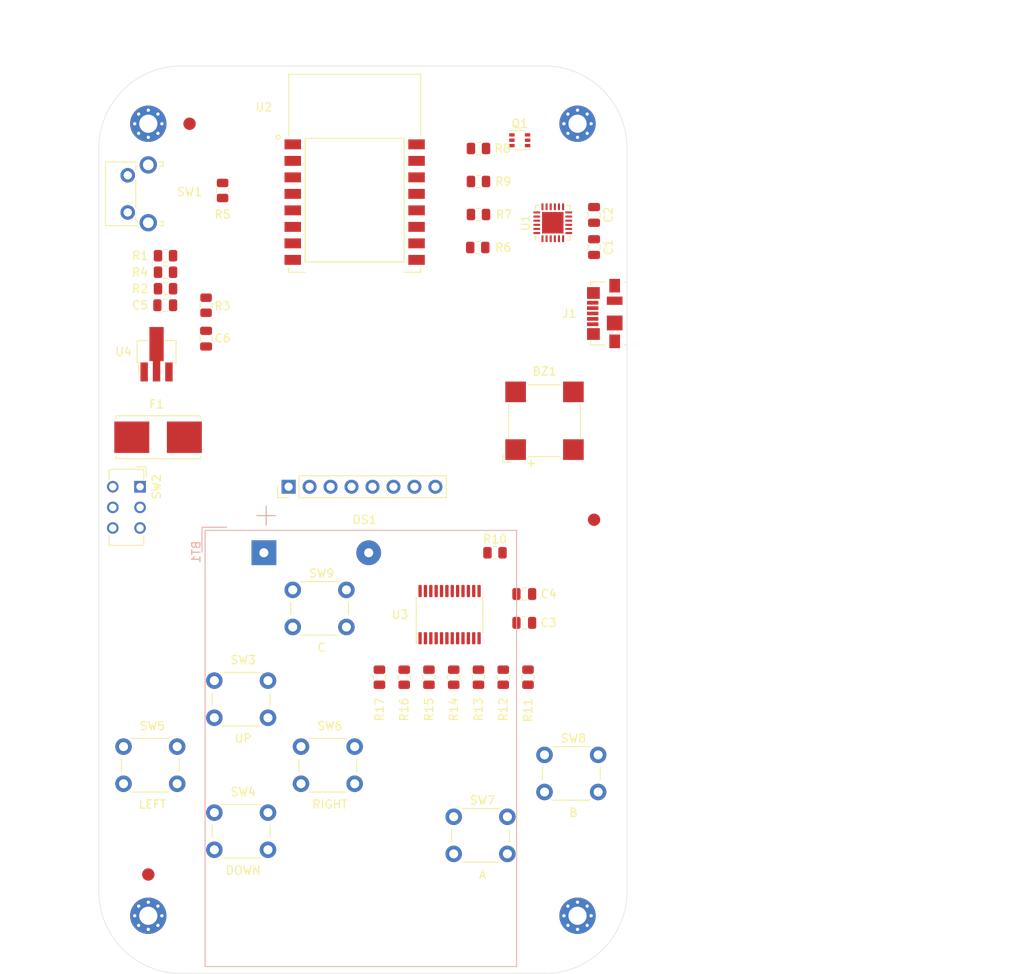
<source format=kicad_pcb>
(kicad_pcb (version 20171130) (host pcbnew 5.1.10-88a1d61d58~88~ubuntu18.04.1)

  (general
    (thickness 1.6)
    (drawings 23)
    (tracks 0)
    (zones 0)
    (modules 49)
    (nets 58)
  )

  (page A4)
  (title_block
    (title "Replica Nibble. Consola de juegos")
    (rev V1.0)
    (company "Ing. Santiago Nicolas Almandos Marinzulich")
    (comment 1 "Original extraido de https://circuitmess.com/resources/creations/86")
    (comment 2 "Revisor 1: Ing. Luis Lebus")
    (comment 3 "Revisor 2: Mg. Ing. Diego Brengi")
    (comment 4 "Licencia GNU GPL")
  )

  (layers
    (0 F.Cu signal)
    (31 B.Cu signal)
    (32 B.Adhes user)
    (33 F.Adhes user)
    (34 B.Paste user)
    (35 F.Paste user)
    (36 B.SilkS user)
    (37 F.SilkS user)
    (38 B.Mask user)
    (39 F.Mask user)
    (40 Dwgs.User user)
    (41 Cmts.User user)
    (42 Eco1.User user)
    (43 Eco2.User user)
    (44 Edge.Cuts user)
    (45 Margin user)
    (46 B.CrtYd user)
    (47 F.CrtYd user)
    (48 B.Fab user)
    (49 F.Fab user)
  )

  (setup
    (last_trace_width 0.4)
    (user_trace_width 0.4)
    (trace_clearance 0.2)
    (zone_clearance 0.508)
    (zone_45_only no)
    (trace_min 0)
    (via_size 1.6)
    (via_drill 0.8)
    (via_min_size 1.6)
    (via_min_drill 0.3)
    (user_via 1.6 0.8)
    (uvia_size 1)
    (uvia_drill 0.5)
    (uvias_allowed no)
    (uvia_min_size 1)
    (uvia_min_drill 0.1)
    (edge_width 0.05)
    (segment_width 0.2)
    (pcb_text_width 0.3)
    (pcb_text_size 1.5 1.5)
    (mod_edge_width 0.12)
    (mod_text_size 1 1)
    (mod_text_width 0.15)
    (pad_size 2 2)
    (pad_drill 1.1)
    (pad_to_mask_clearance 0.4)
    (solder_mask_min_width 0.2)
    (aux_axis_origin 0 0)
    (visible_elements FFFFFF7F)
    (pcbplotparams
      (layerselection 0x010fc_ffffffff)
      (usegerberextensions false)
      (usegerberattributes true)
      (usegerberadvancedattributes true)
      (creategerberjobfile true)
      (excludeedgelayer true)
      (linewidth 0.100000)
      (plotframeref false)
      (viasonmask false)
      (mode 1)
      (useauxorigin false)
      (hpglpennumber 1)
      (hpglpenspeed 20)
      (hpglpendiameter 15.000000)
      (psnegative false)
      (psa4output false)
      (plotreference true)
      (plotvalue true)
      (plotinvisibletext false)
      (padsonsilk false)
      (subtractmaskfromsilk false)
      (outputformat 1)
      (mirror false)
      (drillshape 1)
      (scaleselection 1)
      (outputdirectory ""))
  )

  (net 0 "")
  (net 1 "Net-(BT1-Pad1)")
  (net 2 GND)
  (net 3 "Net-(BZ1-Pad1)")
  (net 4 VCC)
  (net 5 +BATT)
  (net 6 /TFT_RESET)
  (net 7 /TFT_SCK)
  (net 8 /TFT_DC)
  (net 9 /TFT_SDA)
  (net 10 /TFT_LED)
  (net 11 "Net-(F1-Pad1)")
  (net 12 "Net-(J1-Pad1)")
  (net 13 "Net-(J1-Pad4)")
  (net 14 "Net-(Q1-Pad1)")
  (net 15 /GPIO0)
  (net 16 "Net-(Q1-Pad2)")
  (net 17 "Net-(R1-Pad2)")
  (net 18 "Net-(R5-Pad2)")
  (net 19 "Net-(R6-Pad1)")
  (net 20 "Net-(R10-Pad2)")
  (net 21 "Net-(R11-Pad2)")
  (net 22 "Net-(R12-Pad2)")
  (net 23 "Net-(R13-Pad2)")
  (net 24 "Net-(R14-Pad2)")
  (net 25 "Net-(R15-Pad2)")
  (net 26 "Net-(R16-Pad2)")
  (net 27 "Net-(R17-Pad2)")
  (net 28 "Net-(SW2-Pad1)")
  (net 29 "Net-(U1-Pad1)")
  (net 30 "Net-(U1-Pad9)")
  (net 31 "Net-(U1-Pad10)")
  (net 32 "Net-(U1-Pad11)")
  (net 33 "Net-(U1-Pad12)")
  (net 34 "Net-(U1-Pad13)")
  (net 35 "Net-(U1-Pad14)")
  (net 36 "Net-(U1-Pad15)")
  (net 37 "Net-(U1-Pad16)")
  (net 38 "Net-(U1-Pad17)")
  (net 39 "Net-(U1-Pad18)")
  (net 40 /RXD)
  (net 41 /TXD)
  (net 42 "Net-(U1-Pad22)")
  (net 43 "Net-(U1-Pad24)")
  (net 44 "Net-(U2-Pad14)")
  (net 45 "Net-(U2-Pad13)")
  (net 46 "Net-(U2-Pad4)")
  (net 47 "Net-(U3-Pad1)")
  (net 48 "Net-(U3-Pad11)")
  (net 49 "Net-(U3-Pad14)")
  (net 50 "Net-(U3-Pad15)")
  (net 51 "Net-(U3-Pad16)")
  (net 52 "Net-(U3-Pad17)")
  (net 53 "Net-(U3-Pad18)")
  (net 54 "Net-(U3-Pad19)")
  (net 55 "Net-(U3-Pad20)")
  (net 56 /D-)
  (net 57 /D+)

  (net_class Default "This is the default net class."
    (clearance 0.2)
    (trace_width 0.4)
    (via_dia 1.6)
    (via_drill 0.8)
    (uvia_dia 1)
    (uvia_drill 0.5)
    (diff_pair_width 1.6)
    (diff_pair_gap 0.4)
    (add_net +BATT)
    (add_net /D+)
    (add_net /D-)
    (add_net /GPIO0)
    (add_net /RXD)
    (add_net /TFT_DC)
    (add_net /TFT_LED)
    (add_net /TFT_RESET)
    (add_net /TFT_SCK)
    (add_net /TFT_SDA)
    (add_net /TXD)
    (add_net GND)
    (add_net "Net-(BT1-Pad1)")
    (add_net "Net-(BZ1-Pad1)")
    (add_net "Net-(F1-Pad1)")
    (add_net "Net-(J1-Pad1)")
    (add_net "Net-(J1-Pad4)")
    (add_net "Net-(Q1-Pad1)")
    (add_net "Net-(Q1-Pad2)")
    (add_net "Net-(R1-Pad2)")
    (add_net "Net-(R10-Pad2)")
    (add_net "Net-(R11-Pad2)")
    (add_net "Net-(R12-Pad2)")
    (add_net "Net-(R13-Pad2)")
    (add_net "Net-(R14-Pad2)")
    (add_net "Net-(R15-Pad2)")
    (add_net "Net-(R16-Pad2)")
    (add_net "Net-(R17-Pad2)")
    (add_net "Net-(R5-Pad2)")
    (add_net "Net-(R6-Pad1)")
    (add_net "Net-(SW2-Pad1)")
    (add_net "Net-(U1-Pad1)")
    (add_net "Net-(U1-Pad10)")
    (add_net "Net-(U1-Pad11)")
    (add_net "Net-(U1-Pad12)")
    (add_net "Net-(U1-Pad13)")
    (add_net "Net-(U1-Pad14)")
    (add_net "Net-(U1-Pad15)")
    (add_net "Net-(U1-Pad16)")
    (add_net "Net-(U1-Pad17)")
    (add_net "Net-(U1-Pad18)")
    (add_net "Net-(U1-Pad22)")
    (add_net "Net-(U1-Pad24)")
    (add_net "Net-(U1-Pad9)")
    (add_net "Net-(U2-Pad13)")
    (add_net "Net-(U2-Pad14)")
    (add_net "Net-(U2-Pad4)")
    (add_net "Net-(U3-Pad1)")
    (add_net "Net-(U3-Pad11)")
    (add_net "Net-(U3-Pad14)")
    (add_net "Net-(U3-Pad15)")
    (add_net "Net-(U3-Pad16)")
    (add_net "Net-(U3-Pad17)")
    (add_net "Net-(U3-Pad18)")
    (add_net "Net-(U3-Pad19)")
    (add_net "Net-(U3-Pad20)")
    (add_net VCC)
  )

  (module TP_Footprints:TFT_1.44I_SPI (layer F.Cu) (tedit 611037C4) (tstamp 60F492AD)
    (at 133 90)
    (descr "Display TFT 1.44 inch SPI")
    (tags "TFT SPI")
    (path /60E080FB)
    (fp_text reference DS1 (at 9.2 4) (layer F.SilkS)
      (effects (font (size 1 1) (thickness 0.15)))
    )
    (fp_text value ST7735_1.44_128x128_SPI (at 10 4 180) (layer F.Fab)
      (effects (font (size 1 1) (thickness 0.15)))
    )
    (fp_line (start -5.8 -2.6) (end -5.8 2.6) (layer F.CrtYd) (width 0.05))
    (fp_line (start 1.27 -1.33) (end 19.11 -1.33) (layer F.SilkS) (width 0.12))
    (fp_line (start -5.8 2.6) (end 23.6 2.6) (layer F.CrtYd) (width 0.05))
    (fp_line (start 19.11 1.33) (end 19.11 -1.33) (layer F.SilkS) (width 0.12))
    (fp_line (start 0 1.33) (end -1.33 1.33) (layer F.SilkS) (width 0.12))
    (fp_line (start 23.6 -2.6) (end -5.8 -2.6) (layer F.CrtYd) (width 0.05))
    (fp_line (start 1.27 1.33) (end 19.11 1.33) (layer F.SilkS) (width 0.12))
    (fp_line (start 23.6 2.6) (end 23.6 -2.6) (layer F.CrtYd) (width 0.05))
    (fp_line (start -0.6 1.3) (end -1.3 0.635) (layer F.Fab) (width 0.1))
    (fp_line (start -1.3 -1.3) (end 19.05 -1.3) (layer F.Fab) (width 0.1))
    (fp_line (start 1.27 1.33) (end 1.27 -1.33) (layer F.SilkS) (width 0.12))
    (fp_line (start -1.33 1.33) (end -1.33 0) (layer F.SilkS) (width 0.12))
    (fp_line (start 19.05 1.3) (end -0.6 1.3) (layer F.Fab) (width 0.1))
    (fp_line (start -1.3 0.635) (end -1.3 -1.3) (layer F.Fab) (width 0.1))
    (fp_line (start 19.05 -1.3) (end 19.05 1.3) (layer F.Fab) (width 0.1))
    (fp_line (start -5.6 2.4) (end -5.6 -41.1) (layer F.Fab) (width 0.12))
    (fp_line (start -5.6 -41.1) (end 23.4 -41.1) (layer F.Fab) (width 0.12))
    (fp_line (start 23.4 -41.1) (end 23.4 2.4) (layer F.Fab) (width 0.12))
    (fp_line (start 23.4 2.4) (end -5.6 2.4) (layer F.Fab) (width 0.12))
    (fp_text user %R (at 9.2 4) (layer F.Fab)
      (effects (font (size 1 1) (thickness 0.15)))
    )
    (pad 5 thru_hole oval (at 10.16 0 90) (size 1.7 1.7) (drill 1) (layers *.Cu *.Mask)
      (net 2 GND))
    (pad 4 thru_hole oval (at 7.62 0 90) (size 1.7 1.7) (drill 1) (layers *.Cu *.Mask)
      (net 6 /TFT_RESET))
    (pad 2 thru_hole oval (at 2.54 0 90) (size 1.7 1.7) (drill 1) (layers *.Cu *.Mask)
      (net 2 GND))
    (pad 7 thru_hole oval (at 15.24 0 90) (size 1.7 1.7) (drill 1) (layers *.Cu *.Mask)
      (net 7 /TFT_SCK))
    (pad 3 thru_hole oval (at 5.08 0 90) (size 1.7 1.7) (drill 1) (layers *.Cu *.Mask)
      (net 8 /TFT_DC))
    (pad 6 thru_hole oval (at 12.7 0 90) (size 1.7 1.7) (drill 1) (layers *.Cu *.Mask)
      (net 9 /TFT_SDA))
    (pad 8 thru_hole oval (at 17.78 0 90) (size 1.7 1.7) (drill 1) (layers *.Cu *.Mask)
      (net 10 /TFT_LED))
    (pad 1 thru_hole rect (at 0 0 90) (size 1.7 1.7) (drill 1) (layers *.Cu *.Mask)
      (net 4 VCC))
    (model "${KIPRJMOD}/3D/1.44in SPI LCD Module - No Glass.stp"
      (offset (xyz 8.9 20.3 2))
      (scale (xyz 1 1 1))
      (rotate (xyz 0 0 180))
    )
    (model ${KIPRJMOD}/3D/71071832.stp
      (offset (xyz 8.9 0 1))
      (scale (xyz 1 1 1))
      (rotate (xyz 90 0 0))
    )
  )

  (module TP_Footprints:SW_PUSH_6mm_H4.3mm (layer F.Cu) (tedit 60F39FC4) (tstamp 60F48441)
    (at 133.5 102.5)
    (descr "Switch 6mm H4.3mm")
    (path /610A0B8E)
    (fp_text reference SW9 (at 3.5 -2) (layer F.SilkS)
      (effects (font (size 1 1) (thickness 0.15)))
    )
    (fp_text value C (at 3.5 7) (layer F.SilkS)
      (effects (font (size 1 1) (thickness 0.15)))
    )
    (fp_line (start 6.25 -0.75) (end 6.25 5.25) (layer F.Fab) (width 0.1))
    (fp_line (start -1.5 5.75) (end -1.5 6) (layer F.CrtYd) (width 0.05))
    (fp_line (start 6.75 3) (end 6.75 1.5) (layer F.SilkS) (width 0.12))
    (fp_line (start -1.25 -1.5) (end 7.75 -1.5) (layer F.CrtYd) (width 0.05))
    (fp_line (start -1.5 6) (end -1.25 6) (layer F.CrtYd) (width 0.05))
    (fp_line (start -1.5 -1.25) (end -1.5 -1.5) (layer F.CrtYd) (width 0.05))
    (fp_line (start 8 -1.5) (end 8 -1.25) (layer F.CrtYd) (width 0.05))
    (fp_line (start 0.25 -0.75) (end 3.25 -0.75) (layer F.Fab) (width 0.1))
    (fp_line (start 7.75 -1.5) (end 8 -1.5) (layer F.CrtYd) (width 0.05))
    (fp_line (start 8 6) (end 8 5.75) (layer F.CrtYd) (width 0.05))
    (fp_line (start 3.25 -0.75) (end 6.25 -0.75) (layer F.Fab) (width 0.1))
    (fp_line (start -1.5 5.75) (end -1.5 -1.25) (layer F.CrtYd) (width 0.05))
    (fp_line (start 5.5 -1) (end 1 -1) (layer F.SilkS) (width 0.12))
    (fp_line (start 7.75 6) (end 8 6) (layer F.CrtYd) (width 0.05))
    (fp_line (start 6.25 5.25) (end 0.25 5.25) (layer F.Fab) (width 0.1))
    (fp_line (start -1.5 -1.5) (end -1.25 -1.5) (layer F.CrtYd) (width 0.05))
    (fp_line (start 0.25 5.25) (end 0.25 -0.75) (layer F.Fab) (width 0.1))
    (fp_line (start -0.25 1.5) (end -0.25 3) (layer F.SilkS) (width 0.12))
    (fp_circle (center 3.25 2.25) (end 1.25 2.5) (layer F.Fab) (width 0.1))
    (fp_line (start 1 5.5) (end 5.5 5.5) (layer F.SilkS) (width 0.12))
    (fp_line (start 8 -1.25) (end 8 5.75) (layer F.CrtYd) (width 0.05))
    (fp_line (start 7.75 6) (end -1.25 6) (layer F.CrtYd) (width 0.05))
    (fp_text user %R (at 3.25 2.25) (layer F.Fab)
      (effects (font (size 1 1) (thickness 0.15)))
    )
    (pad 2 thru_hole circle (at 6.5 0 90) (size 2 2) (drill 1.1) (layers *.Cu *.Mask)
      (net 21 "Net-(R11-Pad2)"))
    (pad 4 thru_hole circle (at 6.5 4.5 90) (size 2 2) (drill 1.1) (layers *.Cu *.Mask)
      (net 2 GND))
    (pad 1 thru_hole circle (at 0 0 90) (size 2 2) (drill 1.1) (layers *.Cu *.Mask)
      (net 21 "Net-(R11-Pad2)"))
    (pad 3 thru_hole circle (at 0 4.5 90) (size 2 2) (drill 1.1) (layers *.Cu *.Mask)
      (net 2 GND))
    (model ${KISYS3DMOD}/Button_Switch_THT.3dshapes/SW_PUSH_6mm_H4.3mm.wrl
      (at (xyz 0 0 0))
      (scale (xyz 1 1 1))
      (rotate (xyz 0 0 0))
    )
  )

  (module TP_Footprints:SW_PUSH_6mm_H4.3mm (layer F.Cu) (tedit 60F39FC4) (tstamp 61100F40)
    (at 164 122.5)
    (descr "Switch 6mm H4.3mm")
    (path /6109DAEE)
    (fp_text reference SW8 (at 3.5 -2) (layer F.SilkS)
      (effects (font (size 1 1) (thickness 0.15)))
    )
    (fp_text value B (at 3.5 7) (layer F.SilkS)
      (effects (font (size 1 1) (thickness 0.15)))
    )
    (fp_line (start 6.25 -0.75) (end 6.25 5.25) (layer F.Fab) (width 0.1))
    (fp_line (start -1.5 5.75) (end -1.5 6) (layer F.CrtYd) (width 0.05))
    (fp_line (start 6.75 3) (end 6.75 1.5) (layer F.SilkS) (width 0.12))
    (fp_line (start -1.25 -1.5) (end 7.75 -1.5) (layer F.CrtYd) (width 0.05))
    (fp_line (start -1.5 6) (end -1.25 6) (layer F.CrtYd) (width 0.05))
    (fp_line (start -1.5 -1.25) (end -1.5 -1.5) (layer F.CrtYd) (width 0.05))
    (fp_line (start 8 -1.5) (end 8 -1.25) (layer F.CrtYd) (width 0.05))
    (fp_line (start 0.25 -0.75) (end 3.25 -0.75) (layer F.Fab) (width 0.1))
    (fp_line (start 7.75 -1.5) (end 8 -1.5) (layer F.CrtYd) (width 0.05))
    (fp_line (start 8 6) (end 8 5.75) (layer F.CrtYd) (width 0.05))
    (fp_line (start 3.25 -0.75) (end 6.25 -0.75) (layer F.Fab) (width 0.1))
    (fp_line (start -1.5 5.75) (end -1.5 -1.25) (layer F.CrtYd) (width 0.05))
    (fp_line (start 5.5 -1) (end 1 -1) (layer F.SilkS) (width 0.12))
    (fp_line (start 7.75 6) (end 8 6) (layer F.CrtYd) (width 0.05))
    (fp_line (start 6.25 5.25) (end 0.25 5.25) (layer F.Fab) (width 0.1))
    (fp_line (start -1.5 -1.5) (end -1.25 -1.5) (layer F.CrtYd) (width 0.05))
    (fp_line (start 0.25 5.25) (end 0.25 -0.75) (layer F.Fab) (width 0.1))
    (fp_line (start -0.25 1.5) (end -0.25 3) (layer F.SilkS) (width 0.12))
    (fp_circle (center 3.25 2.25) (end 1.25 2.5) (layer F.Fab) (width 0.1))
    (fp_line (start 1 5.5) (end 5.5 5.5) (layer F.SilkS) (width 0.12))
    (fp_line (start 8 -1.25) (end 8 5.75) (layer F.CrtYd) (width 0.05))
    (fp_line (start 7.75 6) (end -1.25 6) (layer F.CrtYd) (width 0.05))
    (fp_text user %R (at 3.25 2.25) (layer F.Fab)
      (effects (font (size 1 1) (thickness 0.15)))
    )
    (pad 2 thru_hole circle (at 6.5 0 90) (size 2 2) (drill 1.1) (layers *.Cu *.Mask)
      (net 22 "Net-(R12-Pad2)"))
    (pad 4 thru_hole circle (at 6.5 4.5 90) (size 2 2) (drill 1.1) (layers *.Cu *.Mask)
      (net 2 GND))
    (pad 1 thru_hole circle (at 0 0 90) (size 2 2) (drill 1.1) (layers *.Cu *.Mask)
      (net 22 "Net-(R12-Pad2)"))
    (pad 3 thru_hole circle (at 0 4.5 90) (size 2 2) (drill 1.1) (layers *.Cu *.Mask)
      (net 2 GND))
    (model ${KISYS3DMOD}/Button_Switch_THT.3dshapes/SW_PUSH_6mm_H4.3mm.wrl
      (at (xyz 0 0 0))
      (scale (xyz 1 1 1))
      (rotate (xyz 0 0 0))
    )
  )

  (module TP_Footprints:SW_PUSH_6mm_H4.3mm (layer F.Cu) (tedit 60F39FC4) (tstamp 61100EE6)
    (at 153 130)
    (descr "Switch 6mm H4.3mm")
    (path /6109AB65)
    (fp_text reference SW7 (at 3.5 -2) (layer F.SilkS)
      (effects (font (size 1 1) (thickness 0.15)))
    )
    (fp_text value A (at 3.5 7) (layer F.SilkS)
      (effects (font (size 1 1) (thickness 0.15)))
    )
    (fp_line (start 6.25 -0.75) (end 6.25 5.25) (layer F.Fab) (width 0.1))
    (fp_line (start -1.5 5.75) (end -1.5 6) (layer F.CrtYd) (width 0.05))
    (fp_line (start 6.75 3) (end 6.75 1.5) (layer F.SilkS) (width 0.12))
    (fp_line (start -1.25 -1.5) (end 7.75 -1.5) (layer F.CrtYd) (width 0.05))
    (fp_line (start -1.5 6) (end -1.25 6) (layer F.CrtYd) (width 0.05))
    (fp_line (start -1.5 -1.25) (end -1.5 -1.5) (layer F.CrtYd) (width 0.05))
    (fp_line (start 8 -1.5) (end 8 -1.25) (layer F.CrtYd) (width 0.05))
    (fp_line (start 0.25 -0.75) (end 3.25 -0.75) (layer F.Fab) (width 0.1))
    (fp_line (start 7.75 -1.5) (end 8 -1.5) (layer F.CrtYd) (width 0.05))
    (fp_line (start 8 6) (end 8 5.75) (layer F.CrtYd) (width 0.05))
    (fp_line (start 3.25 -0.75) (end 6.25 -0.75) (layer F.Fab) (width 0.1))
    (fp_line (start -1.5 5.75) (end -1.5 -1.25) (layer F.CrtYd) (width 0.05))
    (fp_line (start 5.5 -1) (end 1 -1) (layer F.SilkS) (width 0.12))
    (fp_line (start 7.75 6) (end 8 6) (layer F.CrtYd) (width 0.05))
    (fp_line (start 6.25 5.25) (end 0.25 5.25) (layer F.Fab) (width 0.1))
    (fp_line (start -1.5 -1.5) (end -1.25 -1.5) (layer F.CrtYd) (width 0.05))
    (fp_line (start 0.25 5.25) (end 0.25 -0.75) (layer F.Fab) (width 0.1))
    (fp_line (start -0.25 1.5) (end -0.25 3) (layer F.SilkS) (width 0.12))
    (fp_circle (center 3.25 2.25) (end 1.25 2.5) (layer F.Fab) (width 0.1))
    (fp_line (start 1 5.5) (end 5.5 5.5) (layer F.SilkS) (width 0.12))
    (fp_line (start 8 -1.25) (end 8 5.75) (layer F.CrtYd) (width 0.05))
    (fp_line (start 7.75 6) (end -1.25 6) (layer F.CrtYd) (width 0.05))
    (fp_text user %R (at 3.25 2.25) (layer F.Fab)
      (effects (font (size 1 1) (thickness 0.15)))
    )
    (pad 2 thru_hole circle (at 6.5 0 90) (size 2 2) (drill 1.1) (layers *.Cu *.Mask)
      (net 23 "Net-(R13-Pad2)"))
    (pad 4 thru_hole circle (at 6.5 4.5 90) (size 2 2) (drill 1.1) (layers *.Cu *.Mask)
      (net 2 GND))
    (pad 1 thru_hole circle (at 0 0 90) (size 2 2) (drill 1.1) (layers *.Cu *.Mask)
      (net 23 "Net-(R13-Pad2)"))
    (pad 3 thru_hole circle (at 0 4.5 90) (size 2 2) (drill 1.1) (layers *.Cu *.Mask)
      (net 2 GND))
    (model ${KISYS3DMOD}/Button_Switch_THT.3dshapes/SW_PUSH_6mm_H4.3mm.wrl
      (at (xyz 0 0 0))
      (scale (xyz 1 1 1))
      (rotate (xyz 0 0 0))
    )
  )

  (module TP_Footprints:SW_PUSH_6mm_H4.3mm (layer F.Cu) (tedit 60F39FC4) (tstamp 610FEC50)
    (at 134.5 121.5)
    (descr "Switch 6mm H4.3mm")
    (path /61097E28)
    (fp_text reference SW6 (at 3.5 -2.5) (layer F.SilkS)
      (effects (font (size 1 1) (thickness 0.15)))
    )
    (fp_text value RIGHT (at 3.5 7) (layer F.SilkS)
      (effects (font (size 1 1) (thickness 0.15)))
    )
    (fp_line (start 6.25 -0.75) (end 6.25 5.25) (layer F.Fab) (width 0.1))
    (fp_line (start -1.5 5.75) (end -1.5 6) (layer F.CrtYd) (width 0.05))
    (fp_line (start 6.75 3) (end 6.75 1.5) (layer F.SilkS) (width 0.12))
    (fp_line (start -1.25 -1.5) (end 7.75 -1.5) (layer F.CrtYd) (width 0.05))
    (fp_line (start -1.5 6) (end -1.25 6) (layer F.CrtYd) (width 0.05))
    (fp_line (start -1.5 -1.25) (end -1.5 -1.5) (layer F.CrtYd) (width 0.05))
    (fp_line (start 8 -1.5) (end 8 -1.25) (layer F.CrtYd) (width 0.05))
    (fp_line (start 0.25 -0.75) (end 3.25 -0.75) (layer F.Fab) (width 0.1))
    (fp_line (start 7.75 -1.5) (end 8 -1.5) (layer F.CrtYd) (width 0.05))
    (fp_line (start 8 6) (end 8 5.75) (layer F.CrtYd) (width 0.05))
    (fp_line (start 3.25 -0.75) (end 6.25 -0.75) (layer F.Fab) (width 0.1))
    (fp_line (start -1.5 5.75) (end -1.5 -1.25) (layer F.CrtYd) (width 0.05))
    (fp_line (start 5.5 -1) (end 1 -1) (layer F.SilkS) (width 0.12))
    (fp_line (start 7.75 6) (end 8 6) (layer F.CrtYd) (width 0.05))
    (fp_line (start 6.25 5.25) (end 0.25 5.25) (layer F.Fab) (width 0.1))
    (fp_line (start -1.5 -1.5) (end -1.25 -1.5) (layer F.CrtYd) (width 0.05))
    (fp_line (start 0.25 5.25) (end 0.25 -0.75) (layer F.Fab) (width 0.1))
    (fp_line (start -0.25 1.5) (end -0.25 3) (layer F.SilkS) (width 0.12))
    (fp_circle (center 3.25 2.25) (end 1.25 2.5) (layer F.Fab) (width 0.1))
    (fp_line (start 1 5.5) (end 5.5 5.5) (layer F.SilkS) (width 0.12))
    (fp_line (start 8 -1.25) (end 8 5.75) (layer F.CrtYd) (width 0.05))
    (fp_line (start 7.75 6) (end -1.25 6) (layer F.CrtYd) (width 0.05))
    (fp_text user %R (at 3.25 2.25) (layer F.Fab)
      (effects (font (size 1 1) (thickness 0.15)))
    )
    (pad 2 thru_hole circle (at 6.5 0 90) (size 2 2) (drill 1.1) (layers *.Cu *.Mask)
      (net 24 "Net-(R14-Pad2)"))
    (pad 4 thru_hole circle (at 6.5 4.5 90) (size 2 2) (drill 1.1) (layers *.Cu *.Mask)
      (net 2 GND))
    (pad 1 thru_hole circle (at 0 0 90) (size 2 2) (drill 1.1) (layers *.Cu *.Mask)
      (net 24 "Net-(R14-Pad2)"))
    (pad 3 thru_hole circle (at 0 4.5 90) (size 2 2) (drill 1.1) (layers *.Cu *.Mask)
      (net 2 GND))
    (model ${KISYS3DMOD}/Button_Switch_THT.3dshapes/SW_PUSH_6mm_H4.3mm.wrl
      (at (xyz 0 0 0))
      (scale (xyz 1 1 1))
      (rotate (xyz 0 0 0))
    )
  )

  (module TP_Footprints:SW_PUSH_6mm_H4.3mm (layer F.Cu) (tedit 60F39FC4) (tstamp 611030FF)
    (at 113 121.5)
    (descr "Switch 6mm H4.3mm")
    (path /6108F321)
    (fp_text reference SW5 (at 3.5 -2.5) (layer F.SilkS)
      (effects (font (size 1 1) (thickness 0.15)))
    )
    (fp_text value LEFT (at 3.5 7) (layer F.SilkS)
      (effects (font (size 1 1) (thickness 0.15)))
    )
    (fp_line (start 6.25 -0.75) (end 6.25 5.25) (layer F.Fab) (width 0.1))
    (fp_line (start -1.5 5.75) (end -1.5 6) (layer F.CrtYd) (width 0.05))
    (fp_line (start 6.75 3) (end 6.75 1.5) (layer F.SilkS) (width 0.12))
    (fp_line (start -1.25 -1.5) (end 7.75 -1.5) (layer F.CrtYd) (width 0.05))
    (fp_line (start -1.5 6) (end -1.25 6) (layer F.CrtYd) (width 0.05))
    (fp_line (start -1.5 -1.25) (end -1.5 -1.5) (layer F.CrtYd) (width 0.05))
    (fp_line (start 8 -1.5) (end 8 -1.25) (layer F.CrtYd) (width 0.05))
    (fp_line (start 0.25 -0.75) (end 3.25 -0.75) (layer F.Fab) (width 0.1))
    (fp_line (start 7.75 -1.5) (end 8 -1.5) (layer F.CrtYd) (width 0.05))
    (fp_line (start 8 6) (end 8 5.75) (layer F.CrtYd) (width 0.05))
    (fp_line (start 3.25 -0.75) (end 6.25 -0.75) (layer F.Fab) (width 0.1))
    (fp_line (start -1.5 5.75) (end -1.5 -1.25) (layer F.CrtYd) (width 0.05))
    (fp_line (start 5.5 -1) (end 1 -1) (layer F.SilkS) (width 0.12))
    (fp_line (start 7.75 6) (end 8 6) (layer F.CrtYd) (width 0.05))
    (fp_line (start 6.25 5.25) (end 0.25 5.25) (layer F.Fab) (width 0.1))
    (fp_line (start -1.5 -1.5) (end -1.25 -1.5) (layer F.CrtYd) (width 0.05))
    (fp_line (start 0.25 5.25) (end 0.25 -0.75) (layer F.Fab) (width 0.1))
    (fp_line (start -0.25 1.5) (end -0.25 3) (layer F.SilkS) (width 0.12))
    (fp_circle (center 3.25 2.25) (end 1.25 2.5) (layer F.Fab) (width 0.1))
    (fp_line (start 1 5.5) (end 5.5 5.5) (layer F.SilkS) (width 0.12))
    (fp_line (start 8 -1.25) (end 8 5.75) (layer F.CrtYd) (width 0.05))
    (fp_line (start 7.75 6) (end -1.25 6) (layer F.CrtYd) (width 0.05))
    (fp_text user %R (at 3.25 2.25) (layer F.Fab)
      (effects (font (size 1 1) (thickness 0.15)))
    )
    (pad 2 thru_hole circle (at 6.5 0 90) (size 2 2) (drill 1.1) (layers *.Cu *.Mask)
      (net 25 "Net-(R15-Pad2)"))
    (pad 4 thru_hole circle (at 6.5 4.5 90) (size 2 2) (drill 1.1) (layers *.Cu *.Mask)
      (net 2 GND))
    (pad 1 thru_hole circle (at 0 0 90) (size 2 2) (drill 1.1) (layers *.Cu *.Mask)
      (net 25 "Net-(R15-Pad2)"))
    (pad 3 thru_hole circle (at 0 4.5 90) (size 2 2) (drill 1.1) (layers *.Cu *.Mask)
      (net 2 GND))
    (model ${KISYS3DMOD}/Button_Switch_THT.3dshapes/SW_PUSH_6mm_H4.3mm.wrl
      (at (xyz 0 0 0))
      (scale (xyz 1 1 1))
      (rotate (xyz 0 0 0))
    )
  )

  (module TP_Footprints:SW_PUSH_6mm_H4.3mm (layer F.Cu) (tedit 60F39FC4) (tstamp 610FED32)
    (at 124 129.5)
    (descr "Switch 6mm H4.3mm")
    (path /6108A64D)
    (fp_text reference SW4 (at 3.5 -2.5) (layer F.SilkS)
      (effects (font (size 1 1) (thickness 0.15)))
    )
    (fp_text value DOWN (at 3.5 7) (layer F.SilkS)
      (effects (font (size 1 1) (thickness 0.15)))
    )
    (fp_line (start 6.25 -0.75) (end 6.25 5.25) (layer F.Fab) (width 0.1))
    (fp_line (start -1.5 5.75) (end -1.5 6) (layer F.CrtYd) (width 0.05))
    (fp_line (start 6.75 3) (end 6.75 1.5) (layer F.SilkS) (width 0.12))
    (fp_line (start -1.25 -1.5) (end 7.75 -1.5) (layer F.CrtYd) (width 0.05))
    (fp_line (start -1.5 6) (end -1.25 6) (layer F.CrtYd) (width 0.05))
    (fp_line (start -1.5 -1.25) (end -1.5 -1.5) (layer F.CrtYd) (width 0.05))
    (fp_line (start 8 -1.5) (end 8 -1.25) (layer F.CrtYd) (width 0.05))
    (fp_line (start 0.25 -0.75) (end 3.25 -0.75) (layer F.Fab) (width 0.1))
    (fp_line (start 7.75 -1.5) (end 8 -1.5) (layer F.CrtYd) (width 0.05))
    (fp_line (start 8 6) (end 8 5.75) (layer F.CrtYd) (width 0.05))
    (fp_line (start 3.25 -0.75) (end 6.25 -0.75) (layer F.Fab) (width 0.1))
    (fp_line (start -1.5 5.75) (end -1.5 -1.25) (layer F.CrtYd) (width 0.05))
    (fp_line (start 5.5 -1) (end 1 -1) (layer F.SilkS) (width 0.12))
    (fp_line (start 7.75 6) (end 8 6) (layer F.CrtYd) (width 0.05))
    (fp_line (start 6.25 5.25) (end 0.25 5.25) (layer F.Fab) (width 0.1))
    (fp_line (start -1.5 -1.5) (end -1.25 -1.5) (layer F.CrtYd) (width 0.05))
    (fp_line (start 0.25 5.25) (end 0.25 -0.75) (layer F.Fab) (width 0.1))
    (fp_line (start -0.25 1.5) (end -0.25 3) (layer F.SilkS) (width 0.12))
    (fp_circle (center 3.25 2.25) (end 1.25 2.5) (layer F.Fab) (width 0.1))
    (fp_line (start 1 5.5) (end 5.5 5.5) (layer F.SilkS) (width 0.12))
    (fp_line (start 8 -1.25) (end 8 5.75) (layer F.CrtYd) (width 0.05))
    (fp_line (start 7.75 6) (end -1.25 6) (layer F.CrtYd) (width 0.05))
    (fp_text user %R (at 3.25 2.25) (layer F.Fab)
      (effects (font (size 1 1) (thickness 0.15)))
    )
    (pad 2 thru_hole circle (at 6.5 0 90) (size 2 2) (drill 1.1) (layers *.Cu *.Mask)
      (net 26 "Net-(R16-Pad2)"))
    (pad 4 thru_hole circle (at 6.5 4.5 90) (size 2 2) (drill 1.1) (layers *.Cu *.Mask)
      (net 2 GND))
    (pad 1 thru_hole circle (at 0 0 90) (size 2 2) (drill 1.1) (layers *.Cu *.Mask)
      (net 26 "Net-(R16-Pad2)"))
    (pad 3 thru_hole circle (at 0 4.5 90) (size 2 2) (drill 1.1) (layers *.Cu *.Mask)
      (net 2 GND))
    (model ${KISYS3DMOD}/Button_Switch_THT.3dshapes/SW_PUSH_6mm_H4.3mm.wrl
      (at (xyz 0 0 0))
      (scale (xyz 1 1 1))
      (rotate (xyz 0 0 0))
    )
  )

  (module TP_Footprints:SW_PUSH_6mm_H4.3mm (layer F.Cu) (tedit 60F39FC4) (tstamp 60F48387)
    (at 124 113.5)
    (descr "Switch 6mm H4.3mm")
    (path /61087190)
    (fp_text reference SW3 (at 3.5 -2.5) (layer F.SilkS)
      (effects (font (size 1 1) (thickness 0.15)))
    )
    (fp_text value UP (at 3.5 7) (layer F.SilkS)
      (effects (font (size 1 1) (thickness 0.15)))
    )
    (fp_line (start 6.25 -0.75) (end 6.25 5.25) (layer F.Fab) (width 0.1))
    (fp_line (start -1.5 5.75) (end -1.5 6) (layer F.CrtYd) (width 0.05))
    (fp_line (start 6.75 3) (end 6.75 1.5) (layer F.SilkS) (width 0.12))
    (fp_line (start -1.25 -1.5) (end 7.75 -1.5) (layer F.CrtYd) (width 0.05))
    (fp_line (start -1.5 6) (end -1.25 6) (layer F.CrtYd) (width 0.05))
    (fp_line (start -1.5 -1.25) (end -1.5 -1.5) (layer F.CrtYd) (width 0.05))
    (fp_line (start 8 -1.5) (end 8 -1.25) (layer F.CrtYd) (width 0.05))
    (fp_line (start 0.25 -0.75) (end 3.25 -0.75) (layer F.Fab) (width 0.1))
    (fp_line (start 7.75 -1.5) (end 8 -1.5) (layer F.CrtYd) (width 0.05))
    (fp_line (start 8 6) (end 8 5.75) (layer F.CrtYd) (width 0.05))
    (fp_line (start 3.25 -0.75) (end 6.25 -0.75) (layer F.Fab) (width 0.1))
    (fp_line (start -1.5 5.75) (end -1.5 -1.25) (layer F.CrtYd) (width 0.05))
    (fp_line (start 5.5 -1) (end 1 -1) (layer F.SilkS) (width 0.12))
    (fp_line (start 7.75 6) (end 8 6) (layer F.CrtYd) (width 0.05))
    (fp_line (start 6.25 5.25) (end 0.25 5.25) (layer F.Fab) (width 0.1))
    (fp_line (start -1.5 -1.5) (end -1.25 -1.5) (layer F.CrtYd) (width 0.05))
    (fp_line (start 0.25 5.25) (end 0.25 -0.75) (layer F.Fab) (width 0.1))
    (fp_line (start -0.25 1.5) (end -0.25 3) (layer F.SilkS) (width 0.12))
    (fp_circle (center 3.25 2.25) (end 1.25 2.5) (layer F.Fab) (width 0.1))
    (fp_line (start 1 5.5) (end 5.5 5.5) (layer F.SilkS) (width 0.12))
    (fp_line (start 8 -1.25) (end 8 5.75) (layer F.CrtYd) (width 0.05))
    (fp_line (start 7.75 6) (end -1.25 6) (layer F.CrtYd) (width 0.05))
    (fp_text user %R (at 3.25 2.25) (layer F.Fab)
      (effects (font (size 1 1) (thickness 0.15)))
    )
    (pad 2 thru_hole circle (at 6.5 0 90) (size 2 2) (drill 1.1) (layers *.Cu *.Mask)
      (net 27 "Net-(R17-Pad2)"))
    (pad 4 thru_hole circle (at 6.5 4.5 90) (size 2 2) (drill 1.1) (layers *.Cu *.Mask)
      (net 2 GND))
    (pad 1 thru_hole circle (at 0 0 90) (size 2 2) (drill 1.1) (layers *.Cu *.Mask)
      (net 27 "Net-(R17-Pad2)"))
    (pad 3 thru_hole circle (at 0 4.5 90) (size 2 2) (drill 1.1) (layers *.Cu *.Mask)
      (net 2 GND))
    (model ${KISYS3DMOD}/Button_Switch_THT.3dshapes/SW_PUSH_6mm_H4.3mm.wrl
      (at (xyz 0 0 0))
      (scale (xyz 1 1 1))
      (rotate (xyz 0 0 0))
    )
  )

  (module TP_Footprints:SW_Tactile_SPST_Angled_PTS645Vx31-2LFS (layer F.Cu) (tedit 60F39ED3) (tstamp 60F48326)
    (at 113.51 56.75 90)
    (descr "Switch tactile 90 degrees")
    (tags Switch)
    (path /60E62A99)
    (fp_text reference SW1 (at 2.5 7.49 180) (layer F.SilkS)
      (effects (font (size 1 1) (thickness 0.15)))
    )
    (fp_text value SW_MEC_5G (at 3.81 -4.31 90) (layer F.Fab)
      (effects (font (size 1 1) (thickness 0.15)))
    )
    (fp_line (start 7.05 4.45) (end -2.5 4.45) (layer F.CrtYd) (width 0.05))
    (fp_line (start -1.5 4.2) (end -1.2 4.2) (layer F.Fab) (width 0.1))
    (fp_line (start 5.7 4.2) (end 5.7 0.86) (layer F.Fab) (width 0.1))
    (fp_line (start -1.09 0.97) (end -1.09 1.2) (layer F.SilkS) (width 0.12))
    (fp_line (start 4 -3.15) (end 4 -2.59) (layer F.Fab) (width 0.1))
    (fp_line (start -1.5 -2.59) (end 6 -2.59) (layer F.Fab) (width 0.1))
    (fp_line (start -1.09 0.97) (end -0.55 0.97) (layer F.SilkS) (width 0.12))
    (fp_line (start -1.2 4.2) (end -1.2 0.86) (layer F.Fab) (width 0.1))
    (fp_line (start 0.5 -3.15) (end 0.5 -2.59) (layer F.Fab) (width 0.1))
    (fp_line (start 5.59 0.97) (end 5.59 1.2) (layer F.SilkS) (width 0.12))
    (fp_line (start -1.2 0.86) (end 5.7 0.86) (layer F.Fab) (width 0.1))
    (fp_line (start -1.09 3.8) (end -1.09 4.31) (layer F.SilkS) (width 0.12))
    (fp_line (start 6 4.2) (end 6 -2.59) (layer F.Fab) (width 0.1))
    (fp_line (start -1.61 -2.7) (end -1.61 1.2) (layer F.SilkS) (width 0.12))
    (fp_line (start -1.61 3.8) (end -1.61 4.31) (layer F.SilkS) (width 0.12))
    (fp_line (start -2.5 -2.8) (end 7.05 -2.8) (layer F.CrtYd) (width 0.05))
    (fp_line (start 0.55 0.97) (end 3.95 0.97) (layer F.SilkS) (width 0.12))
    (fp_line (start 5.7 4.2) (end 6 4.2) (layer F.Fab) (width 0.1))
    (fp_line (start -1.61 -2.7) (end 6.11 -2.7) (layer F.SilkS) (width 0.12))
    (fp_line (start 7.05 -2.8) (end 7.05 4.45) (layer F.CrtYd) (width 0.05))
    (fp_line (start 5.59 3.8) (end 5.59 4.31) (layer F.SilkS) (width 0.12))
    (fp_line (start 5.05 0.97) (end 5.59 0.97) (layer F.SilkS) (width 0.12))
    (fp_line (start -1.61 4.31) (end -1.09 4.31) (layer F.SilkS) (width 0.12))
    (fp_line (start -2.5 4.45) (end -2.5 -2.8) (layer F.CrtYd) (width 0.05))
    (fp_line (start 6.11 -2.7) (end 6.11 1.2) (layer F.SilkS) (width 0.12))
    (fp_line (start 0.5 -3.15) (end 4 -3.15) (layer F.Fab) (width 0.1))
    (fp_line (start 6.11 3.8) (end 6.11 4.31) (layer F.SilkS) (width 0.12))
    (fp_line (start 5.59 4.31) (end 6.11 4.31) (layer F.SilkS) (width 0.12))
    (fp_line (start -1.5 4.2) (end -1.5 -2.59) (layer F.Fab) (width 0.1))
    (pad 4 thru_hole circle (at 4.5 0 90) (size 1.75 1.75) (drill 0.99) (layers *.Cu *.Mask)
      (net 6 /TFT_RESET))
    (pad 1 thru_hole circle (at 0 0 90) (size 1.75 1.75) (drill 0.99) (layers *.Cu *.Mask)
      (net 2 GND))
    (pad "" thru_hole circle (at 5.76 2.49 90) (size 2.1 2.1) (drill 1.3) (layers *.Cu *.Mask))
    (pad "" thru_hole circle (at -1.25 2.49 90) (size 2.1 2.1) (drill 1.3) (layers *.Cu *.Mask))
    (pad 2 thru_hole circle (at 0 0 90) (size 1.75 1.75) (drill 0.99) (layers *.Cu *.Mask)
      (net 2 GND))
    (pad 3 thru_hole circle (at 4.5 0 90) (size 1.75 1.75) (drill 0.99) (layers *.Cu *.Mask)
      (net 6 /TFT_RESET))
    (model ${KISYS3DMOD}/Button_Switch_THT.3dshapes/SW_Tactile_SPST_Angled_PTS645Vx31-2LFS.wrl
      (at (xyz 0 0 0))
      (scale (xyz 1 1 1))
      (rotate (xyz 0 0 0))
    )
  )

  (module Battery:BatteryHolder_Keystone_2479_3xAAA (layer B.Cu) (tedit 5E258953) (tstamp 6110A289)
    (at 130 98 270)
    (descr "Keystone Battery Holder, 2479, Battery Type 3xAAA (Script generated with StandardBox.py) (Keystone Battery Holder, 2479, Battery Type 3xAAA)")
    (tags "Keystone Battery Holder 2479 Battery Type 3xAAA")
    (path /61A94700)
    (fp_text reference BT1 (at -0.09 8.195 90) (layer B.SilkS)
      (effects (font (size 1 1) (thickness 0.15)) (justify mirror))
    )
    (fp_text value Battery (at 23.725 -31.495 90) (layer B.Fab)
      (effects (font (size 1 1) (thickness 0.15)) (justify mirror))
    )
    (fp_line (start -1.59 7) (end 50.04 7) (layer B.Fab) (width 0.1))
    (fp_line (start 50.04 7) (end 50.04 -30.5) (layer B.Fab) (width 0.1))
    (fp_line (start 50.04 -30.5) (end -2.59 -30.5) (layer B.Fab) (width 0.1))
    (fp_line (start -2.59 -30.5) (end -2.59 6) (layer B.Fab) (width 0.1))
    (fp_line (start -2.59 6) (end -1.59 7) (layer B.Fab) (width 0.1))
    (fp_line (start -3.09 4.5) (end -3.09 7.5) (layer B.SilkS) (width 0.12))
    (fp_line (start -3.09 7.5) (end -0.09 7.5) (layer B.SilkS) (width 0.12))
    (fp_line (start -2.71 7.12) (end 50.16 7.12) (layer B.SilkS) (width 0.12))
    (fp_line (start 50.16 7.12) (end 50.16 -30.62) (layer B.SilkS) (width 0.12))
    (fp_line (start -2.71 -30.62) (end 50.16 -30.62) (layer B.SilkS) (width 0.12))
    (fp_line (start -2.71 7.12) (end -2.71 -30.62) (layer B.SilkS) (width 0.12))
    (fp_line (start -2.84 7.25) (end 50.29 7.25) (layer B.CrtYd) (width 0.05))
    (fp_line (start 50.29 7.25) (end 50.29 -30.75) (layer B.CrtYd) (width 0.05))
    (fp_line (start -2.84 -30.75) (end 50.29 -30.75) (layer B.CrtYd) (width 0.05))
    (fp_line (start -2.84 7.25) (end -2.84 -30.75) (layer B.CrtYd) (width 0.05))
    (fp_text user %R (at 23.725 -11.75 90) (layer B.Fab)
      (effects (font (size 1 1) (thickness 0.15)) (justify mirror))
    )
    (fp_text user + (at -4.5 -0.05 90) (layer B.SilkS)
      (effects (font (size 3 3) (thickness 0.15)) (justify mirror))
    )
    (pad 1 thru_hole rect (at 0 0 270) (size 3 3) (drill 1.1) (layers *.Cu *.Mask)
      (net 1 "Net-(BT1-Pad1)"))
    (pad 2 thru_hole circle (at 0 -12.7 270) (size 3 3) (drill 1.1) (layers *.Cu *.Mask)
      (net 2 GND))
    (pad "" np_thru_hole circle (at 23.72 0 270) (size 3.45 3.45) (drill 3.45) (layers *.Cu *.Mask))
    (pad "" np_thru_hole circle (at 23.72 -23.5 270) (size 3.45 3.45) (drill 3.45) (layers *.Cu *.Mask))
    (model ${KISYS3DMOD}/Battery.3dshapes/BatteryHolder_Keystone_2479_3xAAA.wrl
      (at (xyz 0 0 0))
      (scale (xyz 1 1 1))
      (rotate (xyz 0 0 0))
    )
  )

  (module TP_Footprints:MagneticBuzzer_CUI_CMT-8504-100-SMT (layer F.Cu) (tedit 60F38BDB) (tstamp 611038E8)
    (at 164 82 90)
    (descr "magnetic transducer buzzer, 5V, SPL of 100 dB at 10 cm, https://www.cuidevices.com/product/resource/pdf/cmt-8504-100-smt-tr.pdf")
    (tags "CMT 8504")
    (path /60E1B5EE)
    (fp_text reference BZ1 (at 6 0) (layer F.SilkS)
      (effects (font (size 1 1) (thickness 0.15)))
    )
    (fp_text value CMT-8503-85B-SMT-TR (at 0 -6.35 90) (layer F.Fab)
      (effects (font (size 1 1) (thickness 0.15)))
    )
    (fp_line (start -2 4.5) (end -2 5) (layer F.CrtYd) (width 0.05))
    (fp_line (start -5 -2) (end -4.5 -2) (layer F.CrtYd) (width 0.05))
    (fp_line (start 4.5 2) (end 5 2) (layer F.CrtYd) (width 0.05))
    (fp_line (start -5 2) (end -5 5) (layer F.CrtYd) (width 0.05))
    (fp_line (start 2 4.5) (end -2 4.5) (layer F.CrtYd) (width 0.05))
    (fp_line (start 4.35 2) (end 4.35 -2) (layer F.SilkS) (width 0.12))
    (fp_line (start 5 -2) (end 4.5 -2) (layer F.CrtYd) (width 0.05))
    (fp_line (start -4.5 -2) (end -4.5 2) (layer F.CrtYd) (width 0.05))
    (fp_line (start -2 5) (end -5 5) (layer F.CrtYd) (width 0.05))
    (fp_line (start 2.75 -4.25) (end 4.25 -2.75) (layer F.Fab) (width 0.1))
    (fp_line (start -4.25 4.25) (end -4.25 -4.25) (layer F.Fab) (width 0.1))
    (fp_line (start 4.25 2.75) (end 2.75 4.25) (layer F.Fab) (width 0.1))
    (fp_line (start -2 -5) (end -2 -4.5) (layer F.CrtYd) (width 0.05))
    (fp_line (start 4.5 -2) (end 4.5 2) (layer F.CrtYd) (width 0.05))
    (fp_line (start 4.25 4.25) (end -4.25 4.25) (layer F.Fab) (width 0.1))
    (fp_line (start -5.05 -4.05) (end -5.05 -5.05) (layer F.SilkS) (width 0.12))
    (fp_line (start -4.5 2) (end -5 2) (layer F.CrtYd) (width 0.05))
    (fp_line (start -4.25 -4.25) (end 4.25 -4.25) (layer F.Fab) (width 0.1))
    (fp_line (start 5 -2) (end 5 -5) (layer F.CrtYd) (width 0.05))
    (fp_line (start -5 -2) (end -5 -5) (layer F.CrtYd) (width 0.05))
    (fp_line (start 5 5) (end 2 5) (layer F.CrtYd) (width 0.05))
    (fp_line (start 5 2) (end 5 5) (layer F.CrtYd) (width 0.05))
    (fp_line (start 2 -5) (end 5 -5) (layer F.CrtYd) (width 0.05))
    (fp_circle (center 0 0) (end 0.925 0) (layer F.Fab) (width 0.1))
    (fp_line (start 2 5) (end 2 4.5) (layer F.CrtYd) (width 0.05))
    (fp_line (start -5 -5) (end -2 -5) (layer F.CrtYd) (width 0.05))
    (fp_line (start -4.35 -2) (end -4.35 2) (layer F.SilkS) (width 0.12))
    (fp_line (start -2 4.35) (end 2 4.35) (layer F.SilkS) (width 0.12))
    (fp_line (start 2 -4.35) (end -2 -4.35) (layer F.SilkS) (width 0.12))
    (fp_line (start 2 -4.5) (end 2 -5) (layer F.CrtYd) (width 0.05))
    (fp_line (start -5.05 -5.05) (end -4.05 -5.05) (layer F.SilkS) (width 0.12))
    (fp_line (start 4.25 -4.25) (end 4.25 4.25) (layer F.Fab) (width 0.1))
    (fp_line (start -4.25 -2.75) (end -2.75 -4.25) (layer F.Fab) (width 0.1))
    (fp_line (start -2.75 4.25) (end -4.25 2.75) (layer F.Fab) (width 0.1))
    (fp_line (start -2 -4.5) (end 2 -4.5) (layer F.CrtYd) (width 0.05))
    (fp_text user + (at -5.1 -1.6 180) (layer F.SilkS)
      (effects (font (size 1 1) (thickness 0.15)))
    )
    (fp_text user + (at -2.75 -2.75 180) (layer F.Fab)
      (effects (font (size 1 1) (thickness 0.15)))
    )
    (pad 4 smd rect (at 3.5 -3.5) (size 2.5 2.5) (layers F.Cu F.Paste F.Mask))
    (pad 1 smd rect (at -3.5 -3.5) (size 2.5 2.5) (layers F.Cu F.Paste F.Mask)
      (net 3 "Net-(BZ1-Pad1)"))
    (pad 3 smd rect (at 3.5 3.5) (size 2.5 2.5) (layers F.Cu F.Paste F.Mask))
    (pad 2 smd rect (at -3.5 3.5) (size 2.5 2.5) (layers F.Cu F.Paste F.Mask)
      (net 2 GND))
    (model ${KIPRJMOD}/3D/CMT-8503-85B-SMT-TR.stp
      (at (xyz 0 0 0))
      (scale (xyz 1 1 1))
      (rotate (xyz 0 0 0))
    )
  )

  (module Capacitor_SMD:C_0805_2012Metric (layer F.Cu) (tedit 5F68FEEE) (tstamp 611090BF)
    (at 170 60.95 270)
    (descr "Capacitor SMD 0805 (2012 Metric), square (rectangular) end terminal, IPC_7351 nominal, (Body size source: IPC-SM-782 page 76, https://www.pcb-3d.com/wordpress/wp-content/uploads/ipc-sm-782a_amendment_1_and_2.pdf, https://docs.google.com/spreadsheets/d/1BsfQQcO9C6DZCsRaXUlFlo91Tg2WpOkGARC1WS5S8t0/edit?usp=sharing), generated with kicad-footprint-generator")
    (tags capacitor)
    (path /60E30502)
    (attr smd)
    (fp_text reference C1 (at 0 -1.75 90) (layer F.SilkS)
      (effects (font (size 1 1) (thickness 0.15)))
    )
    (fp_text value 100nF (at 4.05 0 90) (layer F.Fab)
      (effects (font (size 1 1) (thickness 0.15)))
    )
    (fp_line (start 1.7 0.98) (end -1.7 0.98) (layer F.CrtYd) (width 0.05))
    (fp_line (start 1.7 -0.98) (end 1.7 0.98) (layer F.CrtYd) (width 0.05))
    (fp_line (start -1.7 -0.98) (end 1.7 -0.98) (layer F.CrtYd) (width 0.05))
    (fp_line (start -1.7 0.98) (end -1.7 -0.98) (layer F.CrtYd) (width 0.05))
    (fp_line (start -0.261252 0.735) (end 0.261252 0.735) (layer F.SilkS) (width 0.12))
    (fp_line (start -0.261252 -0.735) (end 0.261252 -0.735) (layer F.SilkS) (width 0.12))
    (fp_line (start 1 0.625) (end -1 0.625) (layer F.Fab) (width 0.1))
    (fp_line (start 1 -0.625) (end 1 0.625) (layer F.Fab) (width 0.1))
    (fp_line (start -1 -0.625) (end 1 -0.625) (layer F.Fab) (width 0.1))
    (fp_line (start -1 0.625) (end -1 -0.625) (layer F.Fab) (width 0.1))
    (fp_text user %R (at 0 0 90) (layer F.Fab)
      (effects (font (size 0.5 0.5) (thickness 0.08)))
    )
    (pad 2 smd roundrect (at 0.95 0 270) (size 1 1.45) (layers F.Cu F.Paste F.Mask) (roundrect_rratio 0.25)
      (net 2 GND))
    (pad 1 smd roundrect (at -0.95 0 270) (size 1 1.45) (layers F.Cu F.Paste F.Mask) (roundrect_rratio 0.25)
      (net 4 VCC))
    (model ${KISYS3DMOD}/Capacitor_SMD.3dshapes/C_0805_2012Metric.wrl
      (at (xyz 0 0 0))
      (scale (xyz 1 1 1))
      (rotate (xyz 0 0 0))
    )
  )

  (module Capacitor_SMD:C_0805_2012Metric (layer F.Cu) (tedit 5F68FEEE) (tstamp 611092E2)
    (at 170 57.05 90)
    (descr "Capacitor SMD 0805 (2012 Metric), square (rectangular) end terminal, IPC_7351 nominal, (Body size source: IPC-SM-782 page 76, https://www.pcb-3d.com/wordpress/wp-content/uploads/ipc-sm-782a_amendment_1_and_2.pdf, https://docs.google.com/spreadsheets/d/1BsfQQcO9C6DZCsRaXUlFlo91Tg2WpOkGARC1WS5S8t0/edit?usp=sharing), generated with kicad-footprint-generator")
    (tags capacitor)
    (path /60E2FE19)
    (attr smd)
    (fp_text reference C2 (at 0 1.75 90) (layer F.SilkS)
      (effects (font (size 1 1) (thickness 0.15)))
    )
    (fp_text value 22uF (at 4.05 0 90) (layer F.Fab)
      (effects (font (size 1 1) (thickness 0.15)))
    )
    (fp_line (start -1 0.625) (end -1 -0.625) (layer F.Fab) (width 0.1))
    (fp_line (start -1 -0.625) (end 1 -0.625) (layer F.Fab) (width 0.1))
    (fp_line (start 1 -0.625) (end 1 0.625) (layer F.Fab) (width 0.1))
    (fp_line (start 1 0.625) (end -1 0.625) (layer F.Fab) (width 0.1))
    (fp_line (start -0.261252 -0.735) (end 0.261252 -0.735) (layer F.SilkS) (width 0.12))
    (fp_line (start -0.261252 0.735) (end 0.261252 0.735) (layer F.SilkS) (width 0.12))
    (fp_line (start -1.7 0.98) (end -1.7 -0.98) (layer F.CrtYd) (width 0.05))
    (fp_line (start -1.7 -0.98) (end 1.7 -0.98) (layer F.CrtYd) (width 0.05))
    (fp_line (start 1.7 -0.98) (end 1.7 0.98) (layer F.CrtYd) (width 0.05))
    (fp_line (start 1.7 0.98) (end -1.7 0.98) (layer F.CrtYd) (width 0.05))
    (fp_text user %R (at 0 0 90) (layer F.Fab)
      (effects (font (size 0.5 0.5) (thickness 0.08)))
    )
    (pad 1 smd roundrect (at -0.95 0 90) (size 1 1.45) (layers F.Cu F.Paste F.Mask) (roundrect_rratio 0.25)
      (net 4 VCC))
    (pad 2 smd roundrect (at 0.95 0 90) (size 1 1.45) (layers F.Cu F.Paste F.Mask) (roundrect_rratio 0.25)
      (net 2 GND))
    (model ${KISYS3DMOD}/Capacitor_SMD.3dshapes/C_0805_2012Metric.wrl
      (at (xyz 0 0 0))
      (scale (xyz 1 1 1))
      (rotate (xyz 0 0 0))
    )
  )

  (module Capacitor_SMD:C_0805_2012Metric (layer F.Cu) (tedit 5F68FEEE) (tstamp 60F4219E)
    (at 161.55 106.5)
    (descr "Capacitor SMD 0805 (2012 Metric), square (rectangular) end terminal, IPC_7351 nominal, (Body size source: IPC-SM-782 page 76, https://www.pcb-3d.com/wordpress/wp-content/uploads/ipc-sm-782a_amendment_1_and_2.pdf, https://docs.google.com/spreadsheets/d/1BsfQQcO9C6DZCsRaXUlFlo91Tg2WpOkGARC1WS5S8t0/edit?usp=sharing), generated with kicad-footprint-generator")
    (tags capacitor)
    (path /610E1AF4)
    (attr smd)
    (fp_text reference C3 (at 2.95 0) (layer F.SilkS)
      (effects (font (size 1 1) (thickness 0.15)))
    )
    (fp_text value 100nF (at 0 1.68) (layer F.Fab)
      (effects (font (size 1 1) (thickness 0.15)))
    )
    (fp_line (start 1.7 0.98) (end -1.7 0.98) (layer F.CrtYd) (width 0.05))
    (fp_line (start 1.7 -0.98) (end 1.7 0.98) (layer F.CrtYd) (width 0.05))
    (fp_line (start -1.7 -0.98) (end 1.7 -0.98) (layer F.CrtYd) (width 0.05))
    (fp_line (start -1.7 0.98) (end -1.7 -0.98) (layer F.CrtYd) (width 0.05))
    (fp_line (start -0.261252 0.735) (end 0.261252 0.735) (layer F.SilkS) (width 0.12))
    (fp_line (start -0.261252 -0.735) (end 0.261252 -0.735) (layer F.SilkS) (width 0.12))
    (fp_line (start 1 0.625) (end -1 0.625) (layer F.Fab) (width 0.1))
    (fp_line (start 1 -0.625) (end 1 0.625) (layer F.Fab) (width 0.1))
    (fp_line (start -1 -0.625) (end 1 -0.625) (layer F.Fab) (width 0.1))
    (fp_line (start -1 0.625) (end -1 -0.625) (layer F.Fab) (width 0.1))
    (fp_text user %R (at 0 0) (layer F.Fab)
      (effects (font (size 0.5 0.5) (thickness 0.08)))
    )
    (pad 2 smd roundrect (at 0.95 0) (size 1 1.45) (layers F.Cu F.Paste F.Mask) (roundrect_rratio 0.25)
      (net 2 GND))
    (pad 1 smd roundrect (at -0.95 0) (size 1 1.45) (layers F.Cu F.Paste F.Mask) (roundrect_rratio 0.25)
      (net 4 VCC))
    (model ${KISYS3DMOD}/Capacitor_SMD.3dshapes/C_0805_2012Metric.wrl
      (at (xyz 0 0 0))
      (scale (xyz 1 1 1))
      (rotate (xyz 0 0 0))
    )
  )

  (module Capacitor_SMD:C_0805_2012Metric (layer F.Cu) (tedit 5F68FEEE) (tstamp 60F421AF)
    (at 161.55 103)
    (descr "Capacitor SMD 0805 (2012 Metric), square (rectangular) end terminal, IPC_7351 nominal, (Body size source: IPC-SM-782 page 76, https://www.pcb-3d.com/wordpress/wp-content/uploads/ipc-sm-782a_amendment_1_and_2.pdf, https://docs.google.com/spreadsheets/d/1BsfQQcO9C6DZCsRaXUlFlo91Tg2WpOkGARC1WS5S8t0/edit?usp=sharing), generated with kicad-footprint-generator")
    (tags capacitor)
    (path /610E1AEE)
    (attr smd)
    (fp_text reference C4 (at 2.95 0) (layer F.SilkS)
      (effects (font (size 1 1) (thickness 0.15)))
    )
    (fp_text value 22uF (at 0 1.68) (layer F.Fab)
      (effects (font (size 1 1) (thickness 0.15)))
    )
    (fp_line (start -1 0.625) (end -1 -0.625) (layer F.Fab) (width 0.1))
    (fp_line (start -1 -0.625) (end 1 -0.625) (layer F.Fab) (width 0.1))
    (fp_line (start 1 -0.625) (end 1 0.625) (layer F.Fab) (width 0.1))
    (fp_line (start 1 0.625) (end -1 0.625) (layer F.Fab) (width 0.1))
    (fp_line (start -0.261252 -0.735) (end 0.261252 -0.735) (layer F.SilkS) (width 0.12))
    (fp_line (start -0.261252 0.735) (end 0.261252 0.735) (layer F.SilkS) (width 0.12))
    (fp_line (start -1.7 0.98) (end -1.7 -0.98) (layer F.CrtYd) (width 0.05))
    (fp_line (start -1.7 -0.98) (end 1.7 -0.98) (layer F.CrtYd) (width 0.05))
    (fp_line (start 1.7 -0.98) (end 1.7 0.98) (layer F.CrtYd) (width 0.05))
    (fp_line (start 1.7 0.98) (end -1.7 0.98) (layer F.CrtYd) (width 0.05))
    (fp_text user %R (at 0 0) (layer F.Fab)
      (effects (font (size 0.5 0.5) (thickness 0.08)))
    )
    (pad 1 smd roundrect (at -0.95 0) (size 1 1.45) (layers F.Cu F.Paste F.Mask) (roundrect_rratio 0.25)
      (net 4 VCC))
    (pad 2 smd roundrect (at 0.95 0) (size 1 1.45) (layers F.Cu F.Paste F.Mask) (roundrect_rratio 0.25)
      (net 2 GND))
    (model ${KISYS3DMOD}/Capacitor_SMD.3dshapes/C_0805_2012Metric.wrl
      (at (xyz 0 0 0))
      (scale (xyz 1 1 1))
      (rotate (xyz 0 0 0))
    )
  )

  (module Capacitor_SMD:C_0805_2012Metric (layer F.Cu) (tedit 5F68FEEE) (tstamp 61102171)
    (at 118.05 68)
    (descr "Capacitor SMD 0805 (2012 Metric), square (rectangular) end terminal, IPC_7351 nominal, (Body size source: IPC-SM-782 page 76, https://www.pcb-3d.com/wordpress/wp-content/uploads/ipc-sm-782a_amendment_1_and_2.pdf, https://docs.google.com/spreadsheets/d/1BsfQQcO9C6DZCsRaXUlFlo91Tg2WpOkGARC1WS5S8t0/edit?usp=sharing), generated with kicad-footprint-generator")
    (tags capacitor)
    (path /617F1DB0)
    (attr smd)
    (fp_text reference C5 (at -3.05 0) (layer F.SilkS)
      (effects (font (size 1 1) (thickness 0.15)))
    )
    (fp_text value 1uF (at 0 1.68) (layer F.Fab)
      (effects (font (size 1 1) (thickness 0.15)))
    )
    (fp_line (start 1.7 0.98) (end -1.7 0.98) (layer F.CrtYd) (width 0.05))
    (fp_line (start 1.7 -0.98) (end 1.7 0.98) (layer F.CrtYd) (width 0.05))
    (fp_line (start -1.7 -0.98) (end 1.7 -0.98) (layer F.CrtYd) (width 0.05))
    (fp_line (start -1.7 0.98) (end -1.7 -0.98) (layer F.CrtYd) (width 0.05))
    (fp_line (start -0.261252 0.735) (end 0.261252 0.735) (layer F.SilkS) (width 0.12))
    (fp_line (start -0.261252 -0.735) (end 0.261252 -0.735) (layer F.SilkS) (width 0.12))
    (fp_line (start 1 0.625) (end -1 0.625) (layer F.Fab) (width 0.1))
    (fp_line (start 1 -0.625) (end 1 0.625) (layer F.Fab) (width 0.1))
    (fp_line (start -1 -0.625) (end 1 -0.625) (layer F.Fab) (width 0.1))
    (fp_line (start -1 0.625) (end -1 -0.625) (layer F.Fab) (width 0.1))
    (fp_text user %R (at 0 0) (layer F.Fab)
      (effects (font (size 0.5 0.5) (thickness 0.08)))
    )
    (pad 2 smd roundrect (at 0.95 0) (size 1 1.45) (layers F.Cu F.Paste F.Mask) (roundrect_rratio 0.25)
      (net 2 GND))
    (pad 1 smd roundrect (at -0.95 0) (size 1 1.45) (layers F.Cu F.Paste F.Mask) (roundrect_rratio 0.25)
      (net 5 +BATT))
    (model ${KISYS3DMOD}/Capacitor_SMD.3dshapes/C_0805_2012Metric.wrl
      (at (xyz 0 0 0))
      (scale (xyz 1 1 1))
      (rotate (xyz 0 0 0))
    )
  )

  (module Capacitor_SMD:C_0805_2012Metric (layer F.Cu) (tedit 5F68FEEE) (tstamp 61102111)
    (at 123 72.05 90)
    (descr "Capacitor SMD 0805 (2012 Metric), square (rectangular) end terminal, IPC_7351 nominal, (Body size source: IPC-SM-782 page 76, https://www.pcb-3d.com/wordpress/wp-content/uploads/ipc-sm-782a_amendment_1_and_2.pdf, https://docs.google.com/spreadsheets/d/1BsfQQcO9C6DZCsRaXUlFlo91Tg2WpOkGARC1WS5S8t0/edit?usp=sharing), generated with kicad-footprint-generator")
    (tags capacitor)
    (path /617F2A77)
    (attr smd)
    (fp_text reference C6 (at 0.05 2 180) (layer F.SilkS)
      (effects (font (size 1 1) (thickness 0.15)))
    )
    (fp_text value 6.8uF (at 0 1.68 90) (layer F.Fab)
      (effects (font (size 1 1) (thickness 0.15)))
    )
    (fp_line (start -1 0.625) (end -1 -0.625) (layer F.Fab) (width 0.1))
    (fp_line (start -1 -0.625) (end 1 -0.625) (layer F.Fab) (width 0.1))
    (fp_line (start 1 -0.625) (end 1 0.625) (layer F.Fab) (width 0.1))
    (fp_line (start 1 0.625) (end -1 0.625) (layer F.Fab) (width 0.1))
    (fp_line (start -0.261252 -0.735) (end 0.261252 -0.735) (layer F.SilkS) (width 0.12))
    (fp_line (start -0.261252 0.735) (end 0.261252 0.735) (layer F.SilkS) (width 0.12))
    (fp_line (start -1.7 0.98) (end -1.7 -0.98) (layer F.CrtYd) (width 0.05))
    (fp_line (start -1.7 -0.98) (end 1.7 -0.98) (layer F.CrtYd) (width 0.05))
    (fp_line (start 1.7 -0.98) (end 1.7 0.98) (layer F.CrtYd) (width 0.05))
    (fp_line (start 1.7 0.98) (end -1.7 0.98) (layer F.CrtYd) (width 0.05))
    (fp_text user %R (at 0 0 90) (layer F.Fab)
      (effects (font (size 0.5 0.5) (thickness 0.08)))
    )
    (pad 1 smd roundrect (at -0.95 0 90) (size 1 1.45) (layers F.Cu F.Paste F.Mask) (roundrect_rratio 0.25)
      (net 4 VCC))
    (pad 2 smd roundrect (at 0.95 0 90) (size 1 1.45) (layers F.Cu F.Paste F.Mask) (roundrect_rratio 0.25)
      (net 2 GND))
    (model ${KISYS3DMOD}/Capacitor_SMD.3dshapes/C_0805_2012Metric.wrl
      (at (xyz 0 0 0))
      (scale (xyz 1 1 1))
      (rotate (xyz 0 0 0))
    )
  )

  (module TP_Footprints:Fuse_Holder_Littefuse_Nano (layer F.Cu) (tedit 60F3986D) (tstamp 611022A9)
    (at 114 84)
    (path /60E24D4F)
    (fp_text reference F1 (at 3 -4) (layer F.SilkS)
      (effects (font (size 1 1) (thickness 0.15)))
    )
    (fp_text value Fuse_Holder_Small (at 3.4 -5.2) (layer F.Fab)
      (effects (font (size 1 1) (thickness 0.15)))
    )
    (fp_line (start 8.3 2.6) (end 8.3 2.3) (layer F.SilkS) (width 0.12))
    (fp_line (start -1.9 2.6) (end 8.3 2.6) (layer F.SilkS) (width 0.12))
    (fp_line (start -1.9 2.3) (end -1.9 2.6) (layer F.SilkS) (width 0.12))
    (fp_line (start 8.3 -2.6) (end 8.3 -2.3) (layer F.SilkS) (width 0.12))
    (fp_line (start -1.9 -2.6) (end 8.3 -2.6) (layer F.SilkS) (width 0.12))
    (fp_line (start -1.9 -2.3) (end -1.9 -2.6) (layer F.SilkS) (width 0.12))
    (fp_line (start 9.4 -3) (end 9.4 3) (layer F.CrtYd) (width 0.05))
    (fp_line (start -3 -3) (end -3 3) (layer F.CrtYd) (width 0.05))
    (fp_line (start -3 3) (end 9.4 3) (layer F.CrtYd) (width 0.05))
    (fp_line (start -3 -3) (end 9.4 -3) (layer F.CrtYd) (width 0.05))
    (fp_line (start -1.65 -2.5) (end 8.1 -2.5) (layer F.Fab) (width 0.12))
    (fp_line (start 8.1 -2.5) (end 8.1 2.55) (layer F.Fab) (width 0.12))
    (fp_line (start 8.1 2.55) (end -1.65 2.55) (layer F.Fab) (width 0.12))
    (fp_line (start -1.65 2.55) (end -1.65 -2.5) (layer F.Fab) (width 0.12))
    (fp_text user %R (at 3 -4) (layer F.Fab)
      (effects (font (size 1 1) (thickness 0.15)))
    )
    (pad 1 smd rect (at 0 0) (size 4.24 3.81) (layers F.Cu F.Paste F.Mask)
      (net 11 "Net-(F1-Pad1)"))
    (pad 2 smd rect (at 6.37 0) (size 4.24 3.81) (layers F.Cu F.Paste F.Mask)
      (net 5 +BATT))
    (model "${KIPRJMOD}/3D/Littlefuse 0154 Holder and Fuse.STEP"
      (offset (xyz -0.3 -1.6 -1))
      (scale (xyz 1 1 1))
      (rotate (xyz 0 0 0))
    )
  )

  (module Fiducial:Fiducial_1.5mm_Mask3mm (layer F.Cu) (tedit 5C18CB26) (tstamp 610FEDDD)
    (at 170 94)
    (descr "Circular Fiducial, 1.5mm bare copper, 3mm soldermask opening")
    (tags fiducial)
    (path /612EA511)
    (attr smd)
    (fp_text reference FID1 (at 0 -2.4765) (layer F.SilkS) hide
      (effects (font (size 1 1) (thickness 0.15)))
    )
    (fp_text value Fiducial (at 0 2.6035) (layer F.Fab) hide
      (effects (font (size 1 1) (thickness 0.15)))
    )
    (fp_circle (center 0 0) (end 1.5 0) (layer F.Fab) (width 0.1))
    (fp_circle (center 0 0) (end 1.75 0) (layer F.CrtYd) (width 0.05))
    (fp_text user %R (at 0 0) (layer F.Fab) hide
      (effects (font (size 0.4 0.4) (thickness 0.06)))
    )
    (pad "" smd circle (at 0 0) (size 1.5 1.5) (layers F.Cu F.Mask)
      (solder_mask_margin 0.75) (clearance 0.75))
  )

  (module Fiducial:Fiducial_1.5mm_Mask3mm (layer F.Cu) (tedit 5C18CB26) (tstamp 6110155F)
    (at 121 46)
    (descr "Circular Fiducial, 1.5mm bare copper, 3mm soldermask opening")
    (tags fiducial)
    (path /612E99E3)
    (attr smd)
    (fp_text reference FID2 (at 0 -2.4765) (layer F.SilkS) hide
      (effects (font (size 1 1) (thickness 0.15)))
    )
    (fp_text value Fiducial (at 0 2.6035) (layer F.Fab) hide
      (effects (font (size 1 1) (thickness 0.15)))
    )
    (fp_circle (center 0 0) (end 1.75 0) (layer F.CrtYd) (width 0.05))
    (fp_circle (center 0 0) (end 1.5 0) (layer F.Fab) (width 0.1))
    (fp_text user %R (at 0 0) (layer F.Fab) hide
      (effects (font (size 0.4 0.4) (thickness 0.06)))
    )
    (pad "" smd circle (at 0 0) (size 1.5 1.5) (layers F.Cu F.Mask)
      (solder_mask_margin 0.75) (clearance 0.75))
  )

  (module Fiducial:Fiducial_1.5mm_Mask3mm (layer F.Cu) (tedit 5C18CB26) (tstamp 6110100A)
    (at 116 137)
    (descr "Circular Fiducial, 1.5mm bare copper, 3mm soldermask opening")
    (tags fiducial)
    (path /612E8A74)
    (attr smd)
    (fp_text reference FID3 (at 0 -2.4765) (layer F.SilkS) hide
      (effects (font (size 1 1) (thickness 0.15)))
    )
    (fp_text value Fiducial (at 0 2.6035) (layer F.Fab) hide
      (effects (font (size 1 1) (thickness 0.15)))
    )
    (fp_circle (center 0 0) (end 1.5 0) (layer F.Fab) (width 0.1))
    (fp_circle (center 0 0) (end 1.75 0) (layer F.CrtYd) (width 0.05))
    (fp_text user %R (at 0 0) (layer F.Fab) hide
      (effects (font (size 0.4 0.4) (thickness 0.06)))
    )
    (pad "" smd circle (at 0 0) (size 1.5 1.5) (layers F.Cu F.Mask)
      (solder_mask_margin 0.75) (clearance 0.75))
  )

  (module MountingHole:MountingHole_2.2mm_M2_Pad_Via (layer F.Cu) (tedit 56DDB9C7) (tstamp 60F4222E)
    (at 168 142)
    (descr "Mounting Hole 2.2mm, M2")
    (tags "mounting hole 2.2mm m2")
    (path /612F951C)
    (attr virtual)
    (fp_text reference H1 (at 0 -3.2) (layer F.SilkS) hide
      (effects (font (size 1 1) (thickness 0.15)))
    )
    (fp_text value MountingHole (at 0 3.2) (layer F.Fab) hide
      (effects (font (size 1 1) (thickness 0.15)))
    )
    (fp_circle (center 0 0) (end 2.2 0) (layer Cmts.User) (width 0.15))
    (fp_circle (center 0 0) (end 2.45 0) (layer F.CrtYd) (width 0.05))
    (fp_text user %R (at 0.3 0) (layer F.Fab) hide
      (effects (font (size 1 1) (thickness 0.15)))
    )
    (pad 1 thru_hole circle (at 0 0) (size 4.4 4.4) (drill 2.2) (layers *.Cu *.Mask))
    (pad 1 thru_hole circle (at 1.65 0) (size 0.7 0.7) (drill 0.4) (layers *.Cu *.Mask))
    (pad 1 thru_hole circle (at 1.166726 1.166726) (size 0.7 0.7) (drill 0.4) (layers *.Cu *.Mask))
    (pad 1 thru_hole circle (at 0 1.65) (size 0.7 0.7) (drill 0.4) (layers *.Cu *.Mask))
    (pad 1 thru_hole circle (at -1.166726 1.166726) (size 0.7 0.7) (drill 0.4) (layers *.Cu *.Mask))
    (pad 1 thru_hole circle (at -1.65 0) (size 0.7 0.7) (drill 0.4) (layers *.Cu *.Mask))
    (pad 1 thru_hole circle (at -1.166726 -1.166726) (size 0.7 0.7) (drill 0.4) (layers *.Cu *.Mask))
    (pad 1 thru_hole circle (at 0 -1.65) (size 0.7 0.7) (drill 0.4) (layers *.Cu *.Mask))
    (pad 1 thru_hole circle (at 1.166726 -1.166726) (size 0.7 0.7) (drill 0.4) (layers *.Cu *.Mask))
  )

  (module MountingHole:MountingHole_2.2mm_M2_Pad_Via (layer F.Cu) (tedit 56DDB9C7) (tstamp 60F4223E)
    (at 168 46)
    (descr "Mounting Hole 2.2mm, M2")
    (tags "mounting hole 2.2mm m2")
    (path /612F9D1C)
    (attr virtual)
    (fp_text reference H2 (at 0 -3.2) (layer F.SilkS) hide
      (effects (font (size 1 1) (thickness 0.15)))
    )
    (fp_text value MountingHole (at 0 3.2) (layer F.Fab) hide
      (effects (font (size 1 1) (thickness 0.15)))
    )
    (fp_circle (center 0 0) (end 2.45 0) (layer F.CrtYd) (width 0.05))
    (fp_circle (center 0 0) (end 2.2 0) (layer Cmts.User) (width 0.15))
    (fp_text user %R (at 0.3 0) (layer F.Fab) hide
      (effects (font (size 1 1) (thickness 0.15)))
    )
    (pad 1 thru_hole circle (at 1.166726 -1.166726) (size 0.7 0.7) (drill 0.4) (layers *.Cu *.Mask))
    (pad 1 thru_hole circle (at 0 -1.65) (size 0.7 0.7) (drill 0.4) (layers *.Cu *.Mask))
    (pad 1 thru_hole circle (at -1.166726 -1.166726) (size 0.7 0.7) (drill 0.4) (layers *.Cu *.Mask))
    (pad 1 thru_hole circle (at -1.65 0) (size 0.7 0.7) (drill 0.4) (layers *.Cu *.Mask))
    (pad 1 thru_hole circle (at -1.166726 1.166726) (size 0.7 0.7) (drill 0.4) (layers *.Cu *.Mask))
    (pad 1 thru_hole circle (at 0 1.65) (size 0.7 0.7) (drill 0.4) (layers *.Cu *.Mask))
    (pad 1 thru_hole circle (at 1.166726 1.166726) (size 0.7 0.7) (drill 0.4) (layers *.Cu *.Mask))
    (pad 1 thru_hole circle (at 1.65 0) (size 0.7 0.7) (drill 0.4) (layers *.Cu *.Mask))
    (pad 1 thru_hole circle (at 0 0) (size 4.4 4.4) (drill 2.2) (layers *.Cu *.Mask))
  )

  (module MountingHole:MountingHole_2.2mm_M2_Pad_Via (layer F.Cu) (tedit 56DDB9C7) (tstamp 6110151B)
    (at 116 46)
    (descr "Mounting Hole 2.2mm, M2")
    (tags "mounting hole 2.2mm m2")
    (path /612FBF50)
    (attr virtual)
    (fp_text reference H3 (at 0 -3.2) (layer F.SilkS) hide
      (effects (font (size 1 1) (thickness 0.15)))
    )
    (fp_text value MountingHole (at 0 3.2) (layer F.Fab) hide
      (effects (font (size 1 1) (thickness 0.15)))
    )
    (fp_circle (center 0 0) (end 2.45 0) (layer F.CrtYd) (width 0.05))
    (fp_circle (center 0 0) (end 2.2 0) (layer Cmts.User) (width 0.15))
    (fp_text user %R (at 0.3 0) (layer F.Fab) hide
      (effects (font (size 1 1) (thickness 0.15)))
    )
    (pad 1 thru_hole circle (at 1.166726 -1.166726) (size 0.7 0.7) (drill 0.4) (layers *.Cu *.Mask))
    (pad 1 thru_hole circle (at 0 -1.65) (size 0.7 0.7) (drill 0.4) (layers *.Cu *.Mask))
    (pad 1 thru_hole circle (at -1.166726 -1.166726) (size 0.7 0.7) (drill 0.4) (layers *.Cu *.Mask))
    (pad 1 thru_hole circle (at -1.65 0) (size 0.7 0.7) (drill 0.4) (layers *.Cu *.Mask))
    (pad 1 thru_hole circle (at -1.166726 1.166726) (size 0.7 0.7) (drill 0.4) (layers *.Cu *.Mask))
    (pad 1 thru_hole circle (at 0 1.65) (size 0.7 0.7) (drill 0.4) (layers *.Cu *.Mask))
    (pad 1 thru_hole circle (at 1.166726 1.166726) (size 0.7 0.7) (drill 0.4) (layers *.Cu *.Mask))
    (pad 1 thru_hole circle (at 1.65 0) (size 0.7 0.7) (drill 0.4) (layers *.Cu *.Mask))
    (pad 1 thru_hole circle (at 0 0) (size 4.4 4.4) (drill 2.2) (layers *.Cu *.Mask))
  )

  (module MountingHole:MountingHole_2.2mm_M2_Pad_Via (layer F.Cu) (tedit 56DDB9C7) (tstamp 611029FB)
    (at 116 142 90)
    (descr "Mounting Hole 2.2mm, M2")
    (tags "mounting hole 2.2mm m2")
    (path /612FCFA5)
    (attr virtual)
    (fp_text reference H4 (at 0 -3.2 90) (layer F.SilkS) hide
      (effects (font (size 1 1) (thickness 0.15)))
    )
    (fp_text value MountingHole (at 0 3.2 90) (layer F.Fab) hide
      (effects (font (size 1 1) (thickness 0.15)))
    )
    (fp_circle (center 0 0) (end 2.2 0) (layer Cmts.User) (width 0.15))
    (fp_circle (center 0 0) (end 2.45 0) (layer F.CrtYd) (width 0.05))
    (fp_text user %R (at 0.3 0 90) (layer F.Fab) hide
      (effects (font (size 1 1) (thickness 0.15)))
    )
    (pad 1 thru_hole circle (at 0 0 90) (size 4.4 4.4) (drill 2.2) (layers *.Cu *.Mask))
    (pad 1 thru_hole circle (at 1.65 0 90) (size 0.7 0.7) (drill 0.4) (layers *.Cu *.Mask))
    (pad 1 thru_hole circle (at 1.166726 1.166726 90) (size 0.7 0.7) (drill 0.4) (layers *.Cu *.Mask))
    (pad 1 thru_hole circle (at 0 1.65 90) (size 0.7 0.7) (drill 0.4) (layers *.Cu *.Mask))
    (pad 1 thru_hole circle (at -1.166726 1.166726 90) (size 0.7 0.7) (drill 0.4) (layers *.Cu *.Mask))
    (pad 1 thru_hole circle (at -1.65 0 90) (size 0.7 0.7) (drill 0.4) (layers *.Cu *.Mask))
    (pad 1 thru_hole circle (at -1.166726 -1.166726 90) (size 0.7 0.7) (drill 0.4) (layers *.Cu *.Mask))
    (pad 1 thru_hole circle (at 0 -1.65 90) (size 0.7 0.7) (drill 0.4) (layers *.Cu *.Mask))
    (pad 1 thru_hole circle (at 1.166726 -1.166726 90) (size 0.7 0.7) (drill 0.4) (layers *.Cu *.Mask))
  )

  (module Connector_USB:USB_Micro-B_Molex_47346-0001 (layer F.Cu) (tedit 5D8620A7) (tstamp 610FFA48)
    (at 171.3 69 90)
    (descr "Micro USB B receptable with flange, bottom-mount, SMD, right-angle (http://www.molex.com/pdm_docs/sd/473460001_sd.pdf)")
    (tags "Micro B USB SMD")
    (path /60E1A771)
    (attr smd)
    (fp_text reference J1 (at 0 -4.3 180) (layer F.SilkS)
      (effects (font (size 1 1) (thickness 0.15)))
    )
    (fp_text value USB_B_Micro (at 0 4.6 270) (layer F.Fab)
      (effects (font (size 1 1) (thickness 0.15)))
    )
    (fp_line (start 3.81 -1.71) (end 3.43 -1.71) (layer F.SilkS) (width 0.12))
    (fp_line (start 4.7 3.85) (end -4.7 3.85) (layer F.CrtYd) (width 0.05))
    (fp_line (start 4.7 -2.65) (end 4.7 3.85) (layer F.CrtYd) (width 0.05))
    (fp_line (start -4.7 -2.65) (end 4.7 -2.65) (layer F.CrtYd) (width 0.05))
    (fp_line (start -4.7 3.85) (end -4.7 -2.65) (layer F.CrtYd) (width 0.05))
    (fp_line (start 3.75 3.35) (end -3.75 3.35) (layer F.Fab) (width 0.1))
    (fp_line (start 3.75 -1.65) (end 3.75 3.35) (layer F.Fab) (width 0.1))
    (fp_line (start -3.75 -1.65) (end 3.75 -1.65) (layer F.Fab) (width 0.1))
    (fp_line (start -3.75 3.35) (end -3.75 -1.65) (layer F.Fab) (width 0.1))
    (fp_line (start 3.81 2.34) (end 3.81 2.6) (layer F.SilkS) (width 0.12))
    (fp_line (start 3.81 -1.71) (end 3.81 0.06) (layer F.SilkS) (width 0.12))
    (fp_line (start -3.81 -1.71) (end -3.43 -1.71) (layer F.SilkS) (width 0.12))
    (fp_line (start -3.81 0.06) (end -3.81 -1.71) (layer F.SilkS) (width 0.12))
    (fp_line (start -3.81 2.6) (end -3.81 2.34) (layer F.SilkS) (width 0.12))
    (fp_line (start -3.25 2.65) (end 3.25 2.65) (layer F.Fab) (width 0.1))
    (fp_text user "PCB Edge" (at 0 2.67 270) (layer Dwgs.User)
      (effects (font (size 0.4 0.4) (thickness 0.04)))
    )
    (fp_text user %R (at 0 1.2 90) (layer F.Fab)
      (effects (font (size 1 1) (thickness 0.15)))
    )
    (pad 1 smd rect (at -1.3 -1.46 90) (size 0.45 1.38) (layers F.Cu F.Paste F.Mask)
      (net 12 "Net-(J1-Pad1)"))
    (pad 2 smd rect (at -0.65 -1.46 90) (size 0.45 1.38) (layers F.Cu F.Paste F.Mask)
      (net 56 /D-))
    (pad 3 smd rect (at 0 -1.46 90) (size 0.45 1.38) (layers F.Cu F.Paste F.Mask)
      (net 57 /D+))
    (pad 4 smd rect (at 0.65 -1.46 90) (size 0.45 1.38) (layers F.Cu F.Paste F.Mask)
      (net 13 "Net-(J1-Pad4)"))
    (pad 5 smd rect (at 1.3 -1.46 90) (size 0.45 1.38) (layers F.Cu F.Paste F.Mask)
      (net 2 GND))
    (pad 6 smd rect (at -2.4875 -1.375 90) (size 1.425 1.55) (layers F.Cu F.Paste F.Mask)
      (net 2 GND))
    (pad 6 smd rect (at 2.4875 -1.375 90) (size 1.425 1.55) (layers F.Cu F.Paste F.Mask)
      (net 2 GND))
    (pad 6 smd rect (at -3.375 1.2 90) (size 1.65 1.3) (layers F.Cu F.Paste F.Mask)
      (net 2 GND))
    (pad 6 smd rect (at 3.375 1.2 90) (size 1.65 1.3) (layers F.Cu F.Paste F.Mask)
      (net 2 GND))
    (pad 6 smd rect (at -1.15 1.2 90) (size 1.8 1.9) (layers F.Cu F.Paste F.Mask)
      (net 2 GND))
    (pad 6 smd rect (at 1.55 1.2 90) (size 1 1.9) (layers F.Cu F.Paste F.Mask)
      (net 2 GND))
    (model ${KISYS3DMOD}/Connector_USB.3dshapes/USB_Micro-B_Molex_47346-0001.wrl
      (at (xyz 0 0 0))
      (scale (xyz 1 1 1))
      (rotate (xyz 0 0 0))
    )
  )

  (module Package_TO_SOT_SMD:SOT-363_SC-70-6 (layer F.Cu) (tedit 5A02FF57) (tstamp 610FF238)
    (at 161 48)
    (descr "SOT-363, SC-70-6")
    (tags "SOT-363 SC-70-6")
    (path /60E18F21)
    (attr smd)
    (fp_text reference Q1 (at 0 -2) (layer F.SilkS)
      (effects (font (size 1 1) (thickness 0.15)))
    )
    (fp_text value UMH3N (at 0 2 180) (layer F.Fab)
      (effects (font (size 1 1) (thickness 0.15)))
    )
    (fp_line (start 0.7 -1.16) (end -1.2 -1.16) (layer F.SilkS) (width 0.12))
    (fp_line (start -0.7 1.16) (end 0.7 1.16) (layer F.SilkS) (width 0.12))
    (fp_line (start 1.6 1.4) (end 1.6 -1.4) (layer F.CrtYd) (width 0.05))
    (fp_line (start -1.6 -1.4) (end -1.6 1.4) (layer F.CrtYd) (width 0.05))
    (fp_line (start -1.6 -1.4) (end 1.6 -1.4) (layer F.CrtYd) (width 0.05))
    (fp_line (start 0.675 -1.1) (end -0.175 -1.1) (layer F.Fab) (width 0.1))
    (fp_line (start -0.675 -0.6) (end -0.675 1.1) (layer F.Fab) (width 0.1))
    (fp_line (start -1.6 1.4) (end 1.6 1.4) (layer F.CrtYd) (width 0.05))
    (fp_line (start 0.675 -1.1) (end 0.675 1.1) (layer F.Fab) (width 0.1))
    (fp_line (start 0.675 1.1) (end -0.675 1.1) (layer F.Fab) (width 0.1))
    (fp_line (start -0.175 -1.1) (end -0.675 -0.6) (layer F.Fab) (width 0.1))
    (fp_text user %R (at 0 0 90) (layer F.Fab)
      (effects (font (size 0.5 0.5) (thickness 0.075)))
    )
    (pad 1 smd rect (at -0.95 -0.65) (size 0.65 0.4) (layers F.Cu F.Paste F.Mask)
      (net 14 "Net-(Q1-Pad1)"))
    (pad 3 smd rect (at -0.95 0.65) (size 0.65 0.4) (layers F.Cu F.Paste F.Mask)
      (net 15 /GPIO0))
    (pad 5 smd rect (at 0.95 0) (size 0.65 0.4) (layers F.Cu F.Paste F.Mask)
      (net 14 "Net-(Q1-Pad1)"))
    (pad 2 smd rect (at -0.95 0) (size 0.65 0.4) (layers F.Cu F.Paste F.Mask)
      (net 16 "Net-(Q1-Pad2)"))
    (pad 4 smd rect (at 0.95 0.65) (size 0.65 0.4) (layers F.Cu F.Paste F.Mask)
      (net 16 "Net-(Q1-Pad2)"))
    (pad 6 smd rect (at 0.95 -0.65) (size 0.65 0.4) (layers F.Cu F.Paste F.Mask)
      (net 6 /TFT_RESET))
    (model ${KISYS3DMOD}/Package_TO_SOT_SMD.3dshapes/SOT-363_SC-70-6.wrl
      (at (xyz 0 0 0))
      (scale (xyz 1 1 1))
      (rotate (xyz 0 0 0))
    )
  )

  (module Resistor_SMD:R_0805_2012Metric (layer F.Cu) (tedit 5F68FEEE) (tstamp 611021A1)
    (at 118.0875 62)
    (descr "Resistor SMD 0805 (2012 Metric), square (rectangular) end terminal, IPC_7351 nominal, (Body size source: IPC-SM-782 page 72, https://www.pcb-3d.com/wordpress/wp-content/uploads/ipc-sm-782a_amendment_1_and_2.pdf), generated with kicad-footprint-generator")
    (tags resistor)
    (path /60E36669)
    (attr smd)
    (fp_text reference R1 (at -3.0875 0) (layer F.SilkS)
      (effects (font (size 1 1) (thickness 0.15)))
    )
    (fp_text value 20k (at -5.4125 0) (layer F.Fab)
      (effects (font (size 1 1) (thickness 0.15)))
    )
    (fp_line (start 1.68 0.95) (end -1.68 0.95) (layer F.CrtYd) (width 0.05))
    (fp_line (start 1.68 -0.95) (end 1.68 0.95) (layer F.CrtYd) (width 0.05))
    (fp_line (start -1.68 -0.95) (end 1.68 -0.95) (layer F.CrtYd) (width 0.05))
    (fp_line (start -1.68 0.95) (end -1.68 -0.95) (layer F.CrtYd) (width 0.05))
    (fp_line (start -0.227064 0.735) (end 0.227064 0.735) (layer F.SilkS) (width 0.12))
    (fp_line (start -0.227064 -0.735) (end 0.227064 -0.735) (layer F.SilkS) (width 0.12))
    (fp_line (start 1 0.625) (end -1 0.625) (layer F.Fab) (width 0.1))
    (fp_line (start 1 -0.625) (end 1 0.625) (layer F.Fab) (width 0.1))
    (fp_line (start -1 -0.625) (end 1 -0.625) (layer F.Fab) (width 0.1))
    (fp_line (start -1 0.625) (end -1 -0.625) (layer F.Fab) (width 0.1))
    (fp_text user %R (at 0 0) (layer F.Fab)
      (effects (font (size 0.5 0.5) (thickness 0.08)))
    )
    (pad 2 smd roundrect (at 0.9125 0) (size 1.025 1.4) (layers F.Cu F.Paste F.Mask) (roundrect_rratio 0.243902)
      (net 17 "Net-(R1-Pad2)"))
    (pad 1 smd roundrect (at -0.9125 0) (size 1.025 1.4) (layers F.Cu F.Paste F.Mask) (roundrect_rratio 0.243902)
      (net 5 +BATT))
    (model ${KISYS3DMOD}/Resistor_SMD.3dshapes/R_0805_2012Metric.wrl
      (at (xyz 0 0 0))
      (scale (xyz 1 1 1))
      (rotate (xyz 0 0 0))
    )
  )

  (module Resistor_SMD:R_0805_2012Metric (layer F.Cu) (tedit 5F68FEEE) (tstamp 61102141)
    (at 118.0875 66)
    (descr "Resistor SMD 0805 (2012 Metric), square (rectangular) end terminal, IPC_7351 nominal, (Body size source: IPC-SM-782 page 72, https://www.pcb-3d.com/wordpress/wp-content/uploads/ipc-sm-782a_amendment_1_and_2.pdf), generated with kicad-footprint-generator")
    (tags resistor)
    (path /60E35C98)
    (attr smd)
    (fp_text reference R2 (at -3.0875 0) (layer F.SilkS)
      (effects (font (size 1 1) (thickness 0.15)))
    )
    (fp_text value 20k (at -5.4125 0) (layer F.Fab)
      (effects (font (size 1 1) (thickness 0.15)))
    )
    (fp_line (start -1 0.625) (end -1 -0.625) (layer F.Fab) (width 0.1))
    (fp_line (start -1 -0.625) (end 1 -0.625) (layer F.Fab) (width 0.1))
    (fp_line (start 1 -0.625) (end 1 0.625) (layer F.Fab) (width 0.1))
    (fp_line (start 1 0.625) (end -1 0.625) (layer F.Fab) (width 0.1))
    (fp_line (start -0.227064 -0.735) (end 0.227064 -0.735) (layer F.SilkS) (width 0.12))
    (fp_line (start -0.227064 0.735) (end 0.227064 0.735) (layer F.SilkS) (width 0.12))
    (fp_line (start -1.68 0.95) (end -1.68 -0.95) (layer F.CrtYd) (width 0.05))
    (fp_line (start -1.68 -0.95) (end 1.68 -0.95) (layer F.CrtYd) (width 0.05))
    (fp_line (start 1.68 -0.95) (end 1.68 0.95) (layer F.CrtYd) (width 0.05))
    (fp_line (start 1.68 0.95) (end -1.68 0.95) (layer F.CrtYd) (width 0.05))
    (fp_text user %R (at 0 0) (layer F.Fab)
      (effects (font (size 0.5 0.5) (thickness 0.08)))
    )
    (pad 1 smd roundrect (at -0.9125 0) (size 1.025 1.4) (layers F.Cu F.Paste F.Mask) (roundrect_rratio 0.243902)
      (net 5 +BATT))
    (pad 2 smd roundrect (at 0.9125 0) (size 1.025 1.4) (layers F.Cu F.Paste F.Mask) (roundrect_rratio 0.243902)
      (net 17 "Net-(R1-Pad2)"))
    (model ${KISYS3DMOD}/Resistor_SMD.3dshapes/R_0805_2012Metric.wrl
      (at (xyz 0 0 0))
      (scale (xyz 1 1 1))
      (rotate (xyz 0 0 0))
    )
  )

  (module Resistor_SMD:R_0805_2012Metric (layer F.Cu) (tedit 5F68FEEE) (tstamp 61102216)
    (at 123 68 270)
    (descr "Resistor SMD 0805 (2012 Metric), square (rectangular) end terminal, IPC_7351 nominal, (Body size source: IPC-SM-782 page 72, https://www.pcb-3d.com/wordpress/wp-content/uploads/ipc-sm-782a_amendment_1_and_2.pdf), generated with kicad-footprint-generator")
    (tags resistor)
    (path /60E37320)
    (attr smd)
    (fp_text reference R3 (at 0.0875 -2 180) (layer F.SilkS)
      (effects (font (size 1 1) (thickness 0.15)))
    )
    (fp_text value 1.5k (at 0.0875 -2 90) (layer F.Fab)
      (effects (font (size 1 1) (thickness 0.15)))
    )
    (fp_line (start 1.68 0.95) (end -1.68 0.95) (layer F.CrtYd) (width 0.05))
    (fp_line (start 1.68 -0.95) (end 1.68 0.95) (layer F.CrtYd) (width 0.05))
    (fp_line (start -1.68 -0.95) (end 1.68 -0.95) (layer F.CrtYd) (width 0.05))
    (fp_line (start -1.68 0.95) (end -1.68 -0.95) (layer F.CrtYd) (width 0.05))
    (fp_line (start -0.227064 0.735) (end 0.227064 0.735) (layer F.SilkS) (width 0.12))
    (fp_line (start -0.227064 -0.735) (end 0.227064 -0.735) (layer F.SilkS) (width 0.12))
    (fp_line (start 1 0.625) (end -1 0.625) (layer F.Fab) (width 0.1))
    (fp_line (start 1 -0.625) (end 1 0.625) (layer F.Fab) (width 0.1))
    (fp_line (start -1 -0.625) (end 1 -0.625) (layer F.Fab) (width 0.1))
    (fp_line (start -1 0.625) (end -1 -0.625) (layer F.Fab) (width 0.1))
    (fp_text user %R (at 0 0 90) (layer F.Fab)
      (effects (font (size 0.5 0.5) (thickness 0.08)))
    )
    (pad 2 smd roundrect (at 0.9125 0 270) (size 1.025 1.4) (layers F.Cu F.Paste F.Mask) (roundrect_rratio 0.243902)
      (net 2 GND))
    (pad 1 smd roundrect (at -0.9125 0 270) (size 1.025 1.4) (layers F.Cu F.Paste F.Mask) (roundrect_rratio 0.243902)
      (net 17 "Net-(R1-Pad2)"))
    (model ${KISYS3DMOD}/Resistor_SMD.3dshapes/R_0805_2012Metric.wrl
      (at (xyz 0 0 0))
      (scale (xyz 1 1 1))
      (rotate (xyz 0 0 0))
    )
  )

  (module Resistor_SMD:R_0805_2012Metric (layer F.Cu) (tedit 5F68FEEE) (tstamp 61102246)
    (at 118.0875 64)
    (descr "Resistor SMD 0805 (2012 Metric), square (rectangular) end terminal, IPC_7351 nominal, (Body size source: IPC-SM-782 page 72, https://www.pcb-3d.com/wordpress/wp-content/uploads/ipc-sm-782a_amendment_1_and_2.pdf), generated with kicad-footprint-generator")
    (tags resistor)
    (path /60E36E21)
    (attr smd)
    (fp_text reference R4 (at -3.0875 0) (layer F.SilkS)
      (effects (font (size 1 1) (thickness 0.15)))
    )
    (fp_text value 20k (at -5.4125 0) (layer F.Fab)
      (effects (font (size 1 1) (thickness 0.15)))
    )
    (fp_line (start -1 0.625) (end -1 -0.625) (layer F.Fab) (width 0.1))
    (fp_line (start -1 -0.625) (end 1 -0.625) (layer F.Fab) (width 0.1))
    (fp_line (start 1 -0.625) (end 1 0.625) (layer F.Fab) (width 0.1))
    (fp_line (start 1 0.625) (end -1 0.625) (layer F.Fab) (width 0.1))
    (fp_line (start -0.227064 -0.735) (end 0.227064 -0.735) (layer F.SilkS) (width 0.12))
    (fp_line (start -0.227064 0.735) (end 0.227064 0.735) (layer F.SilkS) (width 0.12))
    (fp_line (start -1.68 0.95) (end -1.68 -0.95) (layer F.CrtYd) (width 0.05))
    (fp_line (start -1.68 -0.95) (end 1.68 -0.95) (layer F.CrtYd) (width 0.05))
    (fp_line (start 1.68 -0.95) (end 1.68 0.95) (layer F.CrtYd) (width 0.05))
    (fp_line (start 1.68 0.95) (end -1.68 0.95) (layer F.CrtYd) (width 0.05))
    (fp_text user %R (at 0 0) (layer F.Fab)
      (effects (font (size 0.5 0.5) (thickness 0.08)))
    )
    (pad 1 smd roundrect (at -0.9125 0) (size 1.025 1.4) (layers F.Cu F.Paste F.Mask) (roundrect_rratio 0.243902)
      (net 5 +BATT))
    (pad 2 smd roundrect (at 0.9125 0) (size 1.025 1.4) (layers F.Cu F.Paste F.Mask) (roundrect_rratio 0.243902)
      (net 17 "Net-(R1-Pad2)"))
    (model ${KISYS3DMOD}/Resistor_SMD.3dshapes/R_0805_2012Metric.wrl
      (at (xyz 0 0 0))
      (scale (xyz 1 1 1))
      (rotate (xyz 0 0 0))
    )
  )

  (module Resistor_SMD:R_0805_2012Metric (layer F.Cu) (tedit 5F68FEEE) (tstamp 60F473B3)
    (at 125 54.0875 90)
    (descr "Resistor SMD 0805 (2012 Metric), square (rectangular) end terminal, IPC_7351 nominal, (Body size source: IPC-SM-782 page 72, https://www.pcb-3d.com/wordpress/wp-content/uploads/ipc-sm-782a_amendment_1_and_2.pdf), generated with kicad-footprint-generator")
    (tags resistor)
    (path /60F8EB79)
    (attr smd)
    (fp_text reference R5 (at -2.9125 0) (layer F.SilkS)
      (effects (font (size 1 1) (thickness 0.15)))
    )
    (fp_text value 20k (at 3.0875 0 180) (layer F.Fab)
      (effects (font (size 1 1) (thickness 0.15)))
    )
    (fp_line (start -1 0.625) (end -1 -0.625) (layer F.Fab) (width 0.1))
    (fp_line (start -1 -0.625) (end 1 -0.625) (layer F.Fab) (width 0.1))
    (fp_line (start 1 -0.625) (end 1 0.625) (layer F.Fab) (width 0.1))
    (fp_line (start 1 0.625) (end -1 0.625) (layer F.Fab) (width 0.1))
    (fp_line (start -0.227064 -0.735) (end 0.227064 -0.735) (layer F.SilkS) (width 0.12))
    (fp_line (start -0.227064 0.735) (end 0.227064 0.735) (layer F.SilkS) (width 0.12))
    (fp_line (start -1.68 0.95) (end -1.68 -0.95) (layer F.CrtYd) (width 0.05))
    (fp_line (start -1.68 -0.95) (end 1.68 -0.95) (layer F.CrtYd) (width 0.05))
    (fp_line (start 1.68 -0.95) (end 1.68 0.95) (layer F.CrtYd) (width 0.05))
    (fp_line (start 1.68 0.95) (end -1.68 0.95) (layer F.CrtYd) (width 0.05))
    (fp_text user %R (at 0 0 90) (layer F.Fab)
      (effects (font (size 0.5 0.5) (thickness 0.08)))
    )
    (pad 1 smd roundrect (at -0.9125 0 90) (size 1.025 1.4) (layers F.Cu F.Paste F.Mask) (roundrect_rratio 0.243902)
      (net 4 VCC))
    (pad 2 smd roundrect (at 0.9125 0 90) (size 1.025 1.4) (layers F.Cu F.Paste F.Mask) (roundrect_rratio 0.243902)
      (net 18 "Net-(R5-Pad2)"))
    (model ${KISYS3DMOD}/Resistor_SMD.3dshapes/R_0805_2012Metric.wrl
      (at (xyz 0 0 0))
      (scale (xyz 1 1 1))
      (rotate (xyz 0 0 0))
    )
  )

  (module Resistor_SMD:R_0805_2012Metric (layer F.Cu) (tedit 5F68FEEE) (tstamp 61103B0C)
    (at 155.9125 61)
    (descr "Resistor SMD 0805 (2012 Metric), square (rectangular) end terminal, IPC_7351 nominal, (Body size source: IPC-SM-782 page 72, https://www.pcb-3d.com/wordpress/wp-content/uploads/ipc-sm-782a_amendment_1_and_2.pdf), generated with kicad-footprint-generator")
    (tags resistor)
    (path /60FBF4BA)
    (attr smd)
    (fp_text reference R6 (at 3.0875 0) (layer F.SilkS)
      (effects (font (size 1 1) (thickness 0.15)))
    )
    (fp_text value 20k (at -2.9125 0) (layer F.Fab)
      (effects (font (size 1 1) (thickness 0.15)))
    )
    (fp_line (start -1 0.625) (end -1 -0.625) (layer F.Fab) (width 0.1))
    (fp_line (start -1 -0.625) (end 1 -0.625) (layer F.Fab) (width 0.1))
    (fp_line (start 1 -0.625) (end 1 0.625) (layer F.Fab) (width 0.1))
    (fp_line (start 1 0.625) (end -1 0.625) (layer F.Fab) (width 0.1))
    (fp_line (start -0.227064 -0.735) (end 0.227064 -0.735) (layer F.SilkS) (width 0.12))
    (fp_line (start -0.227064 0.735) (end 0.227064 0.735) (layer F.SilkS) (width 0.12))
    (fp_line (start -1.68 0.95) (end -1.68 -0.95) (layer F.CrtYd) (width 0.05))
    (fp_line (start -1.68 -0.95) (end 1.68 -0.95) (layer F.CrtYd) (width 0.05))
    (fp_line (start 1.68 -0.95) (end 1.68 0.95) (layer F.CrtYd) (width 0.05))
    (fp_line (start 1.68 0.95) (end -1.68 0.95) (layer F.CrtYd) (width 0.05))
    (fp_text user %R (at 0 0) (layer F.Fab)
      (effects (font (size 0.5 0.5) (thickness 0.08)))
    )
    (pad 1 smd roundrect (at -0.9125 0) (size 1.025 1.4) (layers F.Cu F.Paste F.Mask) (roundrect_rratio 0.243902)
      (net 19 "Net-(R6-Pad1)"))
    (pad 2 smd roundrect (at 0.9125 0) (size 1.025 1.4) (layers F.Cu F.Paste F.Mask) (roundrect_rratio 0.243902)
      (net 2 GND))
    (model ${KISYS3DMOD}/Resistor_SMD.3dshapes/R_0805_2012Metric.wrl
      (at (xyz 0 0 0))
      (scale (xyz 1 1 1))
      (rotate (xyz 0 0 0))
    )
  )

  (module Resistor_SMD:R_0805_2012Metric (layer F.Cu) (tedit 5F68FEEE) (tstamp 60F4A62C)
    (at 156 57 180)
    (descr "Resistor SMD 0805 (2012 Metric), square (rectangular) end terminal, IPC_7351 nominal, (Body size source: IPC-SM-782 page 72, https://www.pcb-3d.com/wordpress/wp-content/uploads/ipc-sm-782a_amendment_1_and_2.pdf), generated with kicad-footprint-generator")
    (tags resistor)
    (path /60FA2240)
    (attr smd)
    (fp_text reference R7 (at -3.0875 0) (layer F.SilkS)
      (effects (font (size 1 1) (thickness 0.15)))
    )
    (fp_text value 20k (at 3 0) (layer F.Fab)
      (effects (font (size 1 1) (thickness 0.15)))
    )
    (fp_line (start 1.68 0.95) (end -1.68 0.95) (layer F.CrtYd) (width 0.05))
    (fp_line (start 1.68 -0.95) (end 1.68 0.95) (layer F.CrtYd) (width 0.05))
    (fp_line (start -1.68 -0.95) (end 1.68 -0.95) (layer F.CrtYd) (width 0.05))
    (fp_line (start -1.68 0.95) (end -1.68 -0.95) (layer F.CrtYd) (width 0.05))
    (fp_line (start -0.227064 0.735) (end 0.227064 0.735) (layer F.SilkS) (width 0.12))
    (fp_line (start -0.227064 -0.735) (end 0.227064 -0.735) (layer F.SilkS) (width 0.12))
    (fp_line (start 1 0.625) (end -1 0.625) (layer F.Fab) (width 0.1))
    (fp_line (start 1 -0.625) (end 1 0.625) (layer F.Fab) (width 0.1))
    (fp_line (start -1 -0.625) (end 1 -0.625) (layer F.Fab) (width 0.1))
    (fp_line (start -1 0.625) (end -1 -0.625) (layer F.Fab) (width 0.1))
    (fp_text user %R (at 0 0) (layer F.Fab)
      (effects (font (size 0.5 0.5) (thickness 0.08)))
    )
    (pad 2 smd roundrect (at 0.9125 0 180) (size 1.025 1.4) (layers F.Cu F.Paste F.Mask) (roundrect_rratio 0.243902)
      (net 8 /TFT_DC))
    (pad 1 smd roundrect (at -0.9125 0 180) (size 1.025 1.4) (layers F.Cu F.Paste F.Mask) (roundrect_rratio 0.243902)
      (net 4 VCC))
    (model ${KISYS3DMOD}/Resistor_SMD.3dshapes/R_0805_2012Metric.wrl
      (at (xyz 0 0 0))
      (scale (xyz 1 1 1))
      (rotate (xyz 0 0 0))
    )
  )

  (module Resistor_SMD:R_0805_2012Metric (layer F.Cu) (tedit 5F68FEEE) (tstamp 61103A7A)
    (at 156 49 180)
    (descr "Resistor SMD 0805 (2012 Metric), square (rectangular) end terminal, IPC_7351 nominal, (Body size source: IPC-SM-782 page 72, https://www.pcb-3d.com/wordpress/wp-content/uploads/ipc-sm-782a_amendment_1_and_2.pdf), generated with kicad-footprint-generator")
    (tags resistor)
    (path /60ECA53D)
    (attr smd)
    (fp_text reference R8 (at -2.9125 0) (layer F.SilkS)
      (effects (font (size 1 1) (thickness 0.15)))
    )
    (fp_text value 20k (at 3 0) (layer F.Fab)
      (effects (font (size 1 1) (thickness 0.15)))
    )
    (fp_line (start 1.68 0.95) (end -1.68 0.95) (layer F.CrtYd) (width 0.05))
    (fp_line (start 1.68 -0.95) (end 1.68 0.95) (layer F.CrtYd) (width 0.05))
    (fp_line (start -1.68 -0.95) (end 1.68 -0.95) (layer F.CrtYd) (width 0.05))
    (fp_line (start -1.68 0.95) (end -1.68 -0.95) (layer F.CrtYd) (width 0.05))
    (fp_line (start -0.227064 0.735) (end 0.227064 0.735) (layer F.SilkS) (width 0.12))
    (fp_line (start -0.227064 -0.735) (end 0.227064 -0.735) (layer F.SilkS) (width 0.12))
    (fp_line (start 1 0.625) (end -1 0.625) (layer F.Fab) (width 0.1))
    (fp_line (start 1 -0.625) (end 1 0.625) (layer F.Fab) (width 0.1))
    (fp_line (start -1 -0.625) (end 1 -0.625) (layer F.Fab) (width 0.1))
    (fp_line (start -1 0.625) (end -1 -0.625) (layer F.Fab) (width 0.1))
    (fp_text user %R (at 0 0) (layer F.Fab)
      (effects (font (size 0.5 0.5) (thickness 0.08)))
    )
    (pad 2 smd roundrect (at 0.9125 0 180) (size 1.025 1.4) (layers F.Cu F.Paste F.Mask) (roundrect_rratio 0.243902)
      (net 6 /TFT_RESET))
    (pad 1 smd roundrect (at -0.9125 0 180) (size 1.025 1.4) (layers F.Cu F.Paste F.Mask) (roundrect_rratio 0.243902)
      (net 4 VCC))
    (model ${KISYS3DMOD}/Resistor_SMD.3dshapes/R_0805_2012Metric.wrl
      (at (xyz 0 0 0))
      (scale (xyz 1 1 1))
      (rotate (xyz 0 0 0))
    )
  )

  (module Resistor_SMD:R_0805_2012Metric (layer F.Cu) (tedit 5F68FEEE) (tstamp 60F4A790)
    (at 156 53 180)
    (descr "Resistor SMD 0805 (2012 Metric), square (rectangular) end terminal, IPC_7351 nominal, (Body size source: IPC-SM-782 page 72, https://www.pcb-3d.com/wordpress/wp-content/uploads/ipc-sm-782a_amendment_1_and_2.pdf), generated with kicad-footprint-generator")
    (tags resistor)
    (path /60EDAB78)
    (attr smd)
    (fp_text reference R9 (at -3 0) (layer F.SilkS)
      (effects (font (size 1 1) (thickness 0.15)))
    )
    (fp_text value 20k (at 3 0) (layer F.Fab)
      (effects (font (size 1 1) (thickness 0.15)))
    )
    (fp_line (start -1 0.625) (end -1 -0.625) (layer F.Fab) (width 0.1))
    (fp_line (start -1 -0.625) (end 1 -0.625) (layer F.Fab) (width 0.1))
    (fp_line (start 1 -0.625) (end 1 0.625) (layer F.Fab) (width 0.1))
    (fp_line (start 1 0.625) (end -1 0.625) (layer F.Fab) (width 0.1))
    (fp_line (start -0.227064 -0.735) (end 0.227064 -0.735) (layer F.SilkS) (width 0.12))
    (fp_line (start -0.227064 0.735) (end 0.227064 0.735) (layer F.SilkS) (width 0.12))
    (fp_line (start -1.68 0.95) (end -1.68 -0.95) (layer F.CrtYd) (width 0.05))
    (fp_line (start -1.68 -0.95) (end 1.68 -0.95) (layer F.CrtYd) (width 0.05))
    (fp_line (start 1.68 -0.95) (end 1.68 0.95) (layer F.CrtYd) (width 0.05))
    (fp_line (start 1.68 0.95) (end -1.68 0.95) (layer F.CrtYd) (width 0.05))
    (fp_text user %R (at 0 0) (layer F.Fab)
      (effects (font (size 0.5 0.5) (thickness 0.08)))
    )
    (pad 1 smd roundrect (at -0.9125 0 180) (size 1.025 1.4) (layers F.Cu F.Paste F.Mask) (roundrect_rratio 0.243902)
      (net 4 VCC))
    (pad 2 smd roundrect (at 0.9125 0 180) (size 1.025 1.4) (layers F.Cu F.Paste F.Mask) (roundrect_rratio 0.243902)
      (net 15 /GPIO0))
    (model ${KISYS3DMOD}/Resistor_SMD.3dshapes/R_0805_2012Metric.wrl
      (at (xyz 0 0 0))
      (scale (xyz 1 1 1))
      (rotate (xyz 0 0 0))
    )
  )

  (module Resistor_SMD:R_0805_2012Metric (layer F.Cu) (tedit 5F68FEEE) (tstamp 60F4233E)
    (at 158 98)
    (descr "Resistor SMD 0805 (2012 Metric), square (rectangular) end terminal, IPC_7351 nominal, (Body size source: IPC-SM-782 page 72, https://www.pcb-3d.com/wordpress/wp-content/uploads/ipc-sm-782a_amendment_1_and_2.pdf), generated with kicad-footprint-generator")
    (tags resistor)
    (path /6135531E)
    (attr smd)
    (fp_text reference R10 (at 0 -1.65) (layer F.SilkS)
      (effects (font (size 1 1) (thickness 0.15)))
    )
    (fp_text value 20k (at 0 1.65) (layer F.Fab)
      (effects (font (size 1 1) (thickness 0.15)))
    )
    (fp_line (start 1.68 0.95) (end -1.68 0.95) (layer F.CrtYd) (width 0.05))
    (fp_line (start 1.68 -0.95) (end 1.68 0.95) (layer F.CrtYd) (width 0.05))
    (fp_line (start -1.68 -0.95) (end 1.68 -0.95) (layer F.CrtYd) (width 0.05))
    (fp_line (start -1.68 0.95) (end -1.68 -0.95) (layer F.CrtYd) (width 0.05))
    (fp_line (start -0.227064 0.735) (end 0.227064 0.735) (layer F.SilkS) (width 0.12))
    (fp_line (start -0.227064 -0.735) (end 0.227064 -0.735) (layer F.SilkS) (width 0.12))
    (fp_line (start 1 0.625) (end -1 0.625) (layer F.Fab) (width 0.1))
    (fp_line (start 1 -0.625) (end 1 0.625) (layer F.Fab) (width 0.1))
    (fp_line (start -1 -0.625) (end 1 -0.625) (layer F.Fab) (width 0.1))
    (fp_line (start -1 0.625) (end -1 -0.625) (layer F.Fab) (width 0.1))
    (fp_text user %R (at 0 0) (layer F.Fab)
      (effects (font (size 0.5 0.5) (thickness 0.08)))
    )
    (pad 2 smd roundrect (at 0.9125 0) (size 1.025 1.4) (layers F.Cu F.Paste F.Mask) (roundrect_rratio 0.243902)
      (net 20 "Net-(R10-Pad2)"))
    (pad 1 smd roundrect (at -0.9125 0) (size 1.025 1.4) (layers F.Cu F.Paste F.Mask) (roundrect_rratio 0.243902)
      (net 4 VCC))
    (model ${KISYS3DMOD}/Resistor_SMD.3dshapes/R_0805_2012Metric.wrl
      (at (xyz 0 0 0))
      (scale (xyz 1 1 1))
      (rotate (xyz 0 0 0))
    )
  )

  (module Resistor_SMD:R_0805_2012Metric (layer F.Cu) (tedit 5F68FEEE) (tstamp 60F4234F)
    (at 162 113.0875 90)
    (descr "Resistor SMD 0805 (2012 Metric), square (rectangular) end terminal, IPC_7351 nominal, (Body size source: IPC-SM-782 page 72, https://www.pcb-3d.com/wordpress/wp-content/uploads/ipc-sm-782a_amendment_1_and_2.pdf), generated with kicad-footprint-generator")
    (tags resistor)
    (path /61163F93)
    (attr smd)
    (fp_text reference R11 (at -4 0 90) (layer F.SilkS)
      (effects (font (size 1 1) (thickness 0.15)))
    )
    (fp_text value 20k (at 3.0875 0 90) (layer F.Fab)
      (effects (font (size 1 1) (thickness 0.15)))
    )
    (fp_line (start 1.68 0.95) (end -1.68 0.95) (layer F.CrtYd) (width 0.05))
    (fp_line (start 1.68 -0.95) (end 1.68 0.95) (layer F.CrtYd) (width 0.05))
    (fp_line (start -1.68 -0.95) (end 1.68 -0.95) (layer F.CrtYd) (width 0.05))
    (fp_line (start -1.68 0.95) (end -1.68 -0.95) (layer F.CrtYd) (width 0.05))
    (fp_line (start -0.227064 0.735) (end 0.227064 0.735) (layer F.SilkS) (width 0.12))
    (fp_line (start -0.227064 -0.735) (end 0.227064 -0.735) (layer F.SilkS) (width 0.12))
    (fp_line (start 1 0.625) (end -1 0.625) (layer F.Fab) (width 0.1))
    (fp_line (start 1 -0.625) (end 1 0.625) (layer F.Fab) (width 0.1))
    (fp_line (start -1 -0.625) (end 1 -0.625) (layer F.Fab) (width 0.1))
    (fp_line (start -1 0.625) (end -1 -0.625) (layer F.Fab) (width 0.1))
    (fp_text user %R (at 0 0 90) (layer F.Fab)
      (effects (font (size 0.5 0.5) (thickness 0.08)))
    )
    (pad 2 smd roundrect (at 0.9125 0 90) (size 1.025 1.4) (layers F.Cu F.Paste F.Mask) (roundrect_rratio 0.243902)
      (net 21 "Net-(R11-Pad2)"))
    (pad 1 smd roundrect (at -0.9125 0 90) (size 1.025 1.4) (layers F.Cu F.Paste F.Mask) (roundrect_rratio 0.243902)
      (net 4 VCC))
    (model ${KISYS3DMOD}/Resistor_SMD.3dshapes/R_0805_2012Metric.wrl
      (at (xyz 0 0 0))
      (scale (xyz 1 1 1))
      (rotate (xyz 0 0 0))
    )
  )

  (module Resistor_SMD:R_0805_2012Metric (layer F.Cu) (tedit 5F68FEEE) (tstamp 60F42360)
    (at 159 113.0875 90)
    (descr "Resistor SMD 0805 (2012 Metric), square (rectangular) end terminal, IPC_7351 nominal, (Body size source: IPC-SM-782 page 72, https://www.pcb-3d.com/wordpress/wp-content/uploads/ipc-sm-782a_amendment_1_and_2.pdf), generated with kicad-footprint-generator")
    (tags resistor)
    (path /61167D0B)
    (attr smd)
    (fp_text reference R12 (at -3.9125 0 90) (layer F.SilkS)
      (effects (font (size 1 1) (thickness 0.15)))
    )
    (fp_text value 20k (at 3.0875 0 90) (layer F.Fab)
      (effects (font (size 1 1) (thickness 0.15)))
    )
    (fp_line (start -1 0.625) (end -1 -0.625) (layer F.Fab) (width 0.1))
    (fp_line (start -1 -0.625) (end 1 -0.625) (layer F.Fab) (width 0.1))
    (fp_line (start 1 -0.625) (end 1 0.625) (layer F.Fab) (width 0.1))
    (fp_line (start 1 0.625) (end -1 0.625) (layer F.Fab) (width 0.1))
    (fp_line (start -0.227064 -0.735) (end 0.227064 -0.735) (layer F.SilkS) (width 0.12))
    (fp_line (start -0.227064 0.735) (end 0.227064 0.735) (layer F.SilkS) (width 0.12))
    (fp_line (start -1.68 0.95) (end -1.68 -0.95) (layer F.CrtYd) (width 0.05))
    (fp_line (start -1.68 -0.95) (end 1.68 -0.95) (layer F.CrtYd) (width 0.05))
    (fp_line (start 1.68 -0.95) (end 1.68 0.95) (layer F.CrtYd) (width 0.05))
    (fp_line (start 1.68 0.95) (end -1.68 0.95) (layer F.CrtYd) (width 0.05))
    (fp_text user %R (at 0 0 90) (layer F.Fab)
      (effects (font (size 0.5 0.5) (thickness 0.08)))
    )
    (pad 1 smd roundrect (at -0.9125 0 90) (size 1.025 1.4) (layers F.Cu F.Paste F.Mask) (roundrect_rratio 0.243902)
      (net 4 VCC))
    (pad 2 smd roundrect (at 0.9125 0 90) (size 1.025 1.4) (layers F.Cu F.Paste F.Mask) (roundrect_rratio 0.243902)
      (net 22 "Net-(R12-Pad2)"))
    (model ${KISYS3DMOD}/Resistor_SMD.3dshapes/R_0805_2012Metric.wrl
      (at (xyz 0 0 0))
      (scale (xyz 1 1 1))
      (rotate (xyz 0 0 0))
    )
  )

  (module Resistor_SMD:R_0805_2012Metric (layer F.Cu) (tedit 5F68FEEE) (tstamp 610FF59A)
    (at 156 113.0875 90)
    (descr "Resistor SMD 0805 (2012 Metric), square (rectangular) end terminal, IPC_7351 nominal, (Body size source: IPC-SM-782 page 72, https://www.pcb-3d.com/wordpress/wp-content/uploads/ipc-sm-782a_amendment_1_and_2.pdf), generated with kicad-footprint-generator")
    (tags resistor)
    (path /6116D195)
    (attr smd)
    (fp_text reference R13 (at -3.9125 0 90) (layer F.SilkS)
      (effects (font (size 1 1) (thickness 0.15)))
    )
    (fp_text value 20k (at 3.0875 0 90) (layer F.Fab)
      (effects (font (size 1 1) (thickness 0.15)))
    )
    (fp_line (start -1 0.625) (end -1 -0.625) (layer F.Fab) (width 0.1))
    (fp_line (start -1 -0.625) (end 1 -0.625) (layer F.Fab) (width 0.1))
    (fp_line (start 1 -0.625) (end 1 0.625) (layer F.Fab) (width 0.1))
    (fp_line (start 1 0.625) (end -1 0.625) (layer F.Fab) (width 0.1))
    (fp_line (start -0.227064 -0.735) (end 0.227064 -0.735) (layer F.SilkS) (width 0.12))
    (fp_line (start -0.227064 0.735) (end 0.227064 0.735) (layer F.SilkS) (width 0.12))
    (fp_line (start -1.68 0.95) (end -1.68 -0.95) (layer F.CrtYd) (width 0.05))
    (fp_line (start -1.68 -0.95) (end 1.68 -0.95) (layer F.CrtYd) (width 0.05))
    (fp_line (start 1.68 -0.95) (end 1.68 0.95) (layer F.CrtYd) (width 0.05))
    (fp_line (start 1.68 0.95) (end -1.68 0.95) (layer F.CrtYd) (width 0.05))
    (fp_text user %R (at 0 0 90) (layer F.Fab)
      (effects (font (size 0.5 0.5) (thickness 0.08)))
    )
    (pad 1 smd roundrect (at -0.9125 0 90) (size 1.025 1.4) (layers F.Cu F.Paste F.Mask) (roundrect_rratio 0.243902)
      (net 4 VCC))
    (pad 2 smd roundrect (at 0.9125 0 90) (size 1.025 1.4) (layers F.Cu F.Paste F.Mask) (roundrect_rratio 0.243902)
      (net 23 "Net-(R13-Pad2)"))
    (model ${KISYS3DMOD}/Resistor_SMD.3dshapes/R_0805_2012Metric.wrl
      (at (xyz 0 0 0))
      (scale (xyz 1 1 1))
      (rotate (xyz 0 0 0))
    )
  )

  (module Resistor_SMD:R_0805_2012Metric (layer F.Cu) (tedit 5F68FEEE) (tstamp 610FF4A0)
    (at 153 113.0875 90)
    (descr "Resistor SMD 0805 (2012 Metric), square (rectangular) end terminal, IPC_7351 nominal, (Body size source: IPC-SM-782 page 72, https://www.pcb-3d.com/wordpress/wp-content/uploads/ipc-sm-782a_amendment_1_and_2.pdf), generated with kicad-footprint-generator")
    (tags resistor)
    (path /61170E58)
    (attr smd)
    (fp_text reference R14 (at -3.9125 0 90) (layer F.SilkS)
      (effects (font (size 1 1) (thickness 0.15)))
    )
    (fp_text value 20k (at 3.0875 0 90) (layer F.Fab)
      (effects (font (size 1 1) (thickness 0.15)))
    )
    (fp_line (start 1.68 0.95) (end -1.68 0.95) (layer F.CrtYd) (width 0.05))
    (fp_line (start 1.68 -0.95) (end 1.68 0.95) (layer F.CrtYd) (width 0.05))
    (fp_line (start -1.68 -0.95) (end 1.68 -0.95) (layer F.CrtYd) (width 0.05))
    (fp_line (start -1.68 0.95) (end -1.68 -0.95) (layer F.CrtYd) (width 0.05))
    (fp_line (start -0.227064 0.735) (end 0.227064 0.735) (layer F.SilkS) (width 0.12))
    (fp_line (start -0.227064 -0.735) (end 0.227064 -0.735) (layer F.SilkS) (width 0.12))
    (fp_line (start 1 0.625) (end -1 0.625) (layer F.Fab) (width 0.1))
    (fp_line (start 1 -0.625) (end 1 0.625) (layer F.Fab) (width 0.1))
    (fp_line (start -1 -0.625) (end 1 -0.625) (layer F.Fab) (width 0.1))
    (fp_line (start -1 0.625) (end -1 -0.625) (layer F.Fab) (width 0.1))
    (fp_text user %R (at 0 0 90) (layer F.Fab)
      (effects (font (size 0.5 0.5) (thickness 0.08)))
    )
    (pad 2 smd roundrect (at 0.9125 0 90) (size 1.025 1.4) (layers F.Cu F.Paste F.Mask) (roundrect_rratio 0.243902)
      (net 24 "Net-(R14-Pad2)"))
    (pad 1 smd roundrect (at -0.9125 0 90) (size 1.025 1.4) (layers F.Cu F.Paste F.Mask) (roundrect_rratio 0.243902)
      (net 4 VCC))
    (model ${KISYS3DMOD}/Resistor_SMD.3dshapes/R_0805_2012Metric.wrl
      (at (xyz 0 0 0))
      (scale (xyz 1 1 1))
      (rotate (xyz 0 0 0))
    )
  )

  (module Resistor_SMD:R_0805_2012Metric (layer F.Cu) (tedit 5F68FEEE) (tstamp 60F42393)
    (at 150 113.0875 90)
    (descr "Resistor SMD 0805 (2012 Metric), square (rectangular) end terminal, IPC_7351 nominal, (Body size source: IPC-SM-782 page 72, https://www.pcb-3d.com/wordpress/wp-content/uploads/ipc-sm-782a_amendment_1_and_2.pdf), generated with kicad-footprint-generator")
    (tags resistor)
    (path /61174B55)
    (attr smd)
    (fp_text reference R15 (at -3.9125 0 90) (layer F.SilkS)
      (effects (font (size 1 1) (thickness 0.15)))
    )
    (fp_text value 20k (at 3.0875 0 90) (layer F.Fab)
      (effects (font (size 1 1) (thickness 0.15)))
    )
    (fp_line (start -1 0.625) (end -1 -0.625) (layer F.Fab) (width 0.1))
    (fp_line (start -1 -0.625) (end 1 -0.625) (layer F.Fab) (width 0.1))
    (fp_line (start 1 -0.625) (end 1 0.625) (layer F.Fab) (width 0.1))
    (fp_line (start 1 0.625) (end -1 0.625) (layer F.Fab) (width 0.1))
    (fp_line (start -0.227064 -0.735) (end 0.227064 -0.735) (layer F.SilkS) (width 0.12))
    (fp_line (start -0.227064 0.735) (end 0.227064 0.735) (layer F.SilkS) (width 0.12))
    (fp_line (start -1.68 0.95) (end -1.68 -0.95) (layer F.CrtYd) (width 0.05))
    (fp_line (start -1.68 -0.95) (end 1.68 -0.95) (layer F.CrtYd) (width 0.05))
    (fp_line (start 1.68 -0.95) (end 1.68 0.95) (layer F.CrtYd) (width 0.05))
    (fp_line (start 1.68 0.95) (end -1.68 0.95) (layer F.CrtYd) (width 0.05))
    (fp_text user %R (at 0 0 90) (layer F.Fab)
      (effects (font (size 0.5 0.5) (thickness 0.08)))
    )
    (pad 1 smd roundrect (at -0.9125 0 90) (size 1.025 1.4) (layers F.Cu F.Paste F.Mask) (roundrect_rratio 0.243902)
      (net 4 VCC))
    (pad 2 smd roundrect (at 0.9125 0 90) (size 1.025 1.4) (layers F.Cu F.Paste F.Mask) (roundrect_rratio 0.243902)
      (net 25 "Net-(R15-Pad2)"))
    (model ${KISYS3DMOD}/Resistor_SMD.3dshapes/R_0805_2012Metric.wrl
      (at (xyz 0 0 0))
      (scale (xyz 1 1 1))
      (rotate (xyz 0 0 0))
    )
  )

  (module Resistor_SMD:R_0805_2012Metric (layer F.Cu) (tedit 5F68FEEE) (tstamp 60F483F6)
    (at 147 113.0875 90)
    (descr "Resistor SMD 0805 (2012 Metric), square (rectangular) end terminal, IPC_7351 nominal, (Body size source: IPC-SM-782 page 72, https://www.pcb-3d.com/wordpress/wp-content/uploads/ipc-sm-782a_amendment_1_and_2.pdf), generated with kicad-footprint-generator")
    (tags resistor)
    (path /611787FD)
    (attr smd)
    (fp_text reference R16 (at -3.9125 0 90) (layer F.SilkS)
      (effects (font (size 1 1) (thickness 0.15)))
    )
    (fp_text value 20k (at 3.0875 0 90) (layer F.Fab)
      (effects (font (size 1 1) (thickness 0.15)))
    )
    (fp_line (start 1.68 0.95) (end -1.68 0.95) (layer F.CrtYd) (width 0.05))
    (fp_line (start 1.68 -0.95) (end 1.68 0.95) (layer F.CrtYd) (width 0.05))
    (fp_line (start -1.68 -0.95) (end 1.68 -0.95) (layer F.CrtYd) (width 0.05))
    (fp_line (start -1.68 0.95) (end -1.68 -0.95) (layer F.CrtYd) (width 0.05))
    (fp_line (start -0.227064 0.735) (end 0.227064 0.735) (layer F.SilkS) (width 0.12))
    (fp_line (start -0.227064 -0.735) (end 0.227064 -0.735) (layer F.SilkS) (width 0.12))
    (fp_line (start 1 0.625) (end -1 0.625) (layer F.Fab) (width 0.1))
    (fp_line (start 1 -0.625) (end 1 0.625) (layer F.Fab) (width 0.1))
    (fp_line (start -1 -0.625) (end 1 -0.625) (layer F.Fab) (width 0.1))
    (fp_line (start -1 0.625) (end -1 -0.625) (layer F.Fab) (width 0.1))
    (fp_text user %R (at 0 0 90) (layer F.Fab)
      (effects (font (size 0.5 0.5) (thickness 0.08)))
    )
    (pad 2 smd roundrect (at 0.9125 0 90) (size 1.025 1.4) (layers F.Cu F.Paste F.Mask) (roundrect_rratio 0.243902)
      (net 26 "Net-(R16-Pad2)"))
    (pad 1 smd roundrect (at -0.9125 0 90) (size 1.025 1.4) (layers F.Cu F.Paste F.Mask) (roundrect_rratio 0.243902)
      (net 4 VCC))
    (model ${KISYS3DMOD}/Resistor_SMD.3dshapes/R_0805_2012Metric.wrl
      (at (xyz 0 0 0))
      (scale (xyz 1 1 1))
      (rotate (xyz 0 0 0))
    )
  )

  (module Resistor_SMD:R_0805_2012Metric (layer F.Cu) (tedit 5F68FEEE) (tstamp 610FF4F2)
    (at 144 113.0875 90)
    (descr "Resistor SMD 0805 (2012 Metric), square (rectangular) end terminal, IPC_7351 nominal, (Body size source: IPC-SM-782 page 72, https://www.pcb-3d.com/wordpress/wp-content/uploads/ipc-sm-782a_amendment_1_and_2.pdf), generated with kicad-footprint-generator")
    (tags resistor)
    (path /6117C498)
    (attr smd)
    (fp_text reference R17 (at -3.9125 0 90) (layer F.SilkS)
      (effects (font (size 1 1) (thickness 0.15)))
    )
    (fp_text value 20k (at 3.0875 0 90) (layer F.Fab)
      (effects (font (size 1 1) (thickness 0.15)))
    )
    (fp_line (start -1 0.625) (end -1 -0.625) (layer F.Fab) (width 0.1))
    (fp_line (start -1 -0.625) (end 1 -0.625) (layer F.Fab) (width 0.1))
    (fp_line (start 1 -0.625) (end 1 0.625) (layer F.Fab) (width 0.1))
    (fp_line (start 1 0.625) (end -1 0.625) (layer F.Fab) (width 0.1))
    (fp_line (start -0.227064 -0.735) (end 0.227064 -0.735) (layer F.SilkS) (width 0.12))
    (fp_line (start -0.227064 0.735) (end 0.227064 0.735) (layer F.SilkS) (width 0.12))
    (fp_line (start -1.68 0.95) (end -1.68 -0.95) (layer F.CrtYd) (width 0.05))
    (fp_line (start -1.68 -0.95) (end 1.68 -0.95) (layer F.CrtYd) (width 0.05))
    (fp_line (start 1.68 -0.95) (end 1.68 0.95) (layer F.CrtYd) (width 0.05))
    (fp_line (start 1.68 0.95) (end -1.68 0.95) (layer F.CrtYd) (width 0.05))
    (fp_text user %R (at 0 0 90) (layer F.Fab)
      (effects (font (size 0.5 0.5) (thickness 0.08)))
    )
    (pad 1 smd roundrect (at -0.9125 0 90) (size 1.025 1.4) (layers F.Cu F.Paste F.Mask) (roundrect_rratio 0.243902)
      (net 4 VCC))
    (pad 2 smd roundrect (at 0.9125 0 90) (size 1.025 1.4) (layers F.Cu F.Paste F.Mask) (roundrect_rratio 0.243902)
      (net 27 "Net-(R17-Pad2)"))
    (model ${KISYS3DMOD}/Resistor_SMD.3dshapes/R_0805_2012Metric.wrl
      (at (xyz 0 0 0))
      (scale (xyz 1 1 1))
      (rotate (xyz 0 0 0))
    )
  )

  (module Package_DFN_QFN:QFN-24-1EP_4x4mm_P0.5mm_EP2.6x2.6mm (layer F.Cu) (tedit 5DC5F6A3) (tstamp 61108C59)
    (at 165 58 90)
    (descr "QFN, 24 Pin (http://ww1.microchip.com/downloads/en/PackagingSpec/00000049BQ.pdf#page=278), generated with kicad-footprint-generator ipc_noLead_generator.py")
    (tags "QFN NoLead")
    (path /60E1CDB5)
    (attr smd)
    (fp_text reference U1 (at 0 -3.3 90) (layer F.SilkS)
      (effects (font (size 1 1) (thickness 0.15)))
    )
    (fp_text value CP2104 (at 0 3.3 90) (layer F.Fab)
      (effects (font (size 1 1) (thickness 0.15)))
    )
    (fp_line (start 1.635 -2.11) (end 2.11 -2.11) (layer F.SilkS) (width 0.12))
    (fp_line (start 2.11 -2.11) (end 2.11 -1.635) (layer F.SilkS) (width 0.12))
    (fp_line (start -1.635 2.11) (end -2.11 2.11) (layer F.SilkS) (width 0.12))
    (fp_line (start -2.11 2.11) (end -2.11 1.635) (layer F.SilkS) (width 0.12))
    (fp_line (start 1.635 2.11) (end 2.11 2.11) (layer F.SilkS) (width 0.12))
    (fp_line (start 2.11 2.11) (end 2.11 1.635) (layer F.SilkS) (width 0.12))
    (fp_line (start -1.635 -2.11) (end -2.11 -2.11) (layer F.SilkS) (width 0.12))
    (fp_line (start -1 -2) (end 2 -2) (layer F.Fab) (width 0.1))
    (fp_line (start 2 -2) (end 2 2) (layer F.Fab) (width 0.1))
    (fp_line (start 2 2) (end -2 2) (layer F.Fab) (width 0.1))
    (fp_line (start -2 2) (end -2 -1) (layer F.Fab) (width 0.1))
    (fp_line (start -2 -1) (end -1 -2) (layer F.Fab) (width 0.1))
    (fp_line (start -2.6 -2.6) (end -2.6 2.6) (layer F.CrtYd) (width 0.05))
    (fp_line (start -2.6 2.6) (end 2.6 2.6) (layer F.CrtYd) (width 0.05))
    (fp_line (start 2.6 2.6) (end 2.6 -2.6) (layer F.CrtYd) (width 0.05))
    (fp_line (start 2.6 -2.6) (end -2.6 -2.6) (layer F.CrtYd) (width 0.05))
    (fp_text user %R (at 0 0 90) (layer F.Fab)
      (effects (font (size 1 1) (thickness 0.15)))
    )
    (pad 1 smd roundrect (at -1.9375 -1.25 90) (size 0.825 0.25) (layers F.Cu F.Paste F.Mask) (roundrect_rratio 0.25)
      (net 29 "Net-(U1-Pad1)"))
    (pad 2 smd roundrect (at -1.9375 -0.75 90) (size 0.825 0.25) (layers F.Cu F.Paste F.Mask) (roundrect_rratio 0.25)
      (net 2 GND))
    (pad 3 smd roundrect (at -1.9375 -0.25 90) (size 0.825 0.25) (layers F.Cu F.Paste F.Mask) (roundrect_rratio 0.25)
      (net 57 /D+))
    (pad 4 smd roundrect (at -1.9375 0.25 90) (size 0.825 0.25) (layers F.Cu F.Paste F.Mask) (roundrect_rratio 0.25)
      (net 56 /D-))
    (pad 5 smd roundrect (at -1.9375 0.75 90) (size 0.825 0.25) (layers F.Cu F.Paste F.Mask) (roundrect_rratio 0.25)
      (net 4 VCC))
    (pad 6 smd roundrect (at -1.9375 1.25 90) (size 0.825 0.25) (layers F.Cu F.Paste F.Mask) (roundrect_rratio 0.25)
      (net 4 VCC))
    (pad 7 smd roundrect (at -1.25 1.9375 90) (size 0.25 0.825) (layers F.Cu F.Paste F.Mask) (roundrect_rratio 0.25)
      (net 4 VCC))
    (pad 8 smd roundrect (at -0.75 1.9375 90) (size 0.25 0.825) (layers F.Cu F.Paste F.Mask) (roundrect_rratio 0.25)
      (net 12 "Net-(J1-Pad1)"))
    (pad 9 smd roundrect (at -0.25 1.9375 90) (size 0.25 0.825) (layers F.Cu F.Paste F.Mask) (roundrect_rratio 0.25)
      (net 30 "Net-(U1-Pad9)"))
    (pad 10 smd roundrect (at 0.25 1.9375 90) (size 0.25 0.825) (layers F.Cu F.Paste F.Mask) (roundrect_rratio 0.25)
      (net 31 "Net-(U1-Pad10)"))
    (pad 11 smd roundrect (at 0.75 1.9375 90) (size 0.25 0.825) (layers F.Cu F.Paste F.Mask) (roundrect_rratio 0.25)
      (net 32 "Net-(U1-Pad11)"))
    (pad 12 smd roundrect (at 1.25 1.9375 90) (size 0.25 0.825) (layers F.Cu F.Paste F.Mask) (roundrect_rratio 0.25)
      (net 33 "Net-(U1-Pad12)"))
    (pad 13 smd roundrect (at 1.9375 1.25 90) (size 0.825 0.25) (layers F.Cu F.Paste F.Mask) (roundrect_rratio 0.25)
      (net 34 "Net-(U1-Pad13)"))
    (pad 14 smd roundrect (at 1.9375 0.75 90) (size 0.825 0.25) (layers F.Cu F.Paste F.Mask) (roundrect_rratio 0.25)
      (net 35 "Net-(U1-Pad14)"))
    (pad 15 smd roundrect (at 1.9375 0.25 90) (size 0.825 0.25) (layers F.Cu F.Paste F.Mask) (roundrect_rratio 0.25)
      (net 36 "Net-(U1-Pad15)"))
    (pad 16 smd roundrect (at 1.9375 -0.25 90) (size 0.825 0.25) (layers F.Cu F.Paste F.Mask) (roundrect_rratio 0.25)
      (net 37 "Net-(U1-Pad16)"))
    (pad 17 smd roundrect (at 1.9375 -0.75 90) (size 0.825 0.25) (layers F.Cu F.Paste F.Mask) (roundrect_rratio 0.25)
      (net 38 "Net-(U1-Pad17)"))
    (pad 18 smd roundrect (at 1.9375 -1.25 90) (size 0.825 0.25) (layers F.Cu F.Paste F.Mask) (roundrect_rratio 0.25)
      (net 39 "Net-(U1-Pad18)"))
    (pad 19 smd roundrect (at 1.25 -1.9375 90) (size 0.25 0.825) (layers F.Cu F.Paste F.Mask) (roundrect_rratio 0.25)
      (net 14 "Net-(Q1-Pad1)"))
    (pad 20 smd roundrect (at 0.75 -1.9375 90) (size 0.25 0.825) (layers F.Cu F.Paste F.Mask) (roundrect_rratio 0.25)
      (net 40 /RXD))
    (pad 21 smd roundrect (at 0.25 -1.9375 90) (size 0.25 0.825) (layers F.Cu F.Paste F.Mask) (roundrect_rratio 0.25)
      (net 41 /TXD))
    (pad 22 smd roundrect (at -0.25 -1.9375 90) (size 0.25 0.825) (layers F.Cu F.Paste F.Mask) (roundrect_rratio 0.25)
      (net 42 "Net-(U1-Pad22)"))
    (pad 23 smd roundrect (at -0.75 -1.9375 90) (size 0.25 0.825) (layers F.Cu F.Paste F.Mask) (roundrect_rratio 0.25)
      (net 16 "Net-(Q1-Pad2)"))
    (pad 24 smd roundrect (at -1.25 -1.9375 90) (size 0.25 0.825) (layers F.Cu F.Paste F.Mask) (roundrect_rratio 0.25)
      (net 43 "Net-(U1-Pad24)"))
    (pad 25 smd rect (at 0 0 90) (size 2.6 2.6) (layers F.Cu F.Mask)
      (net 2 GND))
    (pad "" smd roundrect (at -0.65 -0.65 90) (size 1.05 1.05) (layers F.Paste) (roundrect_rratio 0.238095))
    (pad "" smd roundrect (at -0.65 0.65 90) (size 1.05 1.05) (layers F.Paste) (roundrect_rratio 0.238095))
    (pad "" smd roundrect (at 0.65 -0.65 90) (size 1.05 1.05) (layers F.Paste) (roundrect_rratio 0.238095))
    (pad "" smd roundrect (at 0.65 0.65 90) (size 1.05 1.05) (layers F.Paste) (roundrect_rratio 0.238095))
    (model ${KISYS3DMOD}/Package_DFN_QFN.3dshapes/QFN-24-1EP_4x4mm_P0.5mm_EP2.6x2.6mm.wrl
      (at (xyz 0 0 0))
      (scale (xyz 1 1 1))
      (rotate (xyz 0 0 0))
    )
  )

  (module TP_Footprints:ESP-12E (layer F.Cu) (tedit 60F381CB) (tstamp 6110416E)
    (at 141 55.5)
    (path /60E12E5A)
    (fp_text reference U2 (at -11 -11.5) (layer F.SilkS)
      (effects (font (size 1.000772 1.000772) (thickness 0.15)))
    )
    (fp_text value ESP-12 (at 0 -3.4 90) (layer F.Fab)
      (effects (font (size 1.000929 1.000929) (thickness 0.15)))
    )
    (fp_line (start -6 -7.74) (end 6 -7.74) (layer F.SilkS) (width 0.127))
    (fp_line (start 6 -7.74) (end 6 7.26) (layer F.SilkS) (width 0.127))
    (fp_line (start 6 7.26) (end -6 7.26) (layer F.SilkS) (width 0.127))
    (fp_line (start -6 7.26) (end -6 -7.74) (layer F.SilkS) (width 0.127))
    (fp_line (start -8 -15.5) (end 8 -15.5) (layer F.Fab) (width 0.127))
    (fp_line (start 8 -15.5) (end 8 8.5) (layer F.Fab) (width 0.127))
    (fp_line (start 8 8.5) (end -8 8.5) (layer F.Fab) (width 0.127))
    (fp_line (start -8 8.5) (end -8 -15.5) (layer F.Fab) (width 0.127))
    (fp_poly (pts (xy -8.00901 -15.5) (xy 8 -15.5) (xy 8 -8.50958) (xy -8.00901 -8.50958)) (layer Dwgs.User) (width 0.01))
    (fp_poly (pts (xy -8.00901 -15.5) (xy 8 -15.5) (xy 8 -8.50958) (xy -8.00901 -8.50958)) (layer Dwgs.User) (width 0.01))
    (fp_line (start -8 -8) (end -8 -15.5) (layer F.SilkS) (width 0.127))
    (fp_line (start -8 -15.5) (end 8 -15.5) (layer F.SilkS) (width 0.127))
    (fp_line (start 8 -15.5) (end 8 -8) (layer F.SilkS) (width 0.127))
    (fp_line (start -8 8) (end -8 8.5) (layer F.SilkS) (width 0.127))
    (fp_line (start -8 8.5) (end -6 8.5) (layer F.SilkS) (width 0.127))
    (fp_line (start 8 8) (end 8 8.5) (layer F.SilkS) (width 0.127))
    (fp_line (start 8 8.5) (end 6 8.5) (layer F.SilkS) (width 0.127))
    (fp_circle (center -9.25 -7.875) (end -9 -7.875) (layer F.SilkS) (width 0.127))
    (fp_line (start -8.75 9.625) (end 8.75 9.625) (layer F.CrtYd) (width 0.05))
    (fp_line (start 8.75 9.625) (end 8.75 -15.75) (layer F.CrtYd) (width 0.05))
    (fp_line (start 8.75 -15.75) (end -8.75 -15.75) (layer F.CrtYd) (width 0.05))
    (fp_line (start -8.75 -15.75) (end -8.75 9.625) (layer F.CrtYd) (width 0.05))
    (pad 16 smd rect (at 7.5 -7) (size 2 1.2) (layers F.Cu F.Paste F.Mask)
      (net 41 /TXD))
    (pad 15 smd rect (at 7.5 -5) (size 2 1.2) (layers F.Cu F.Paste F.Mask)
      (net 40 /RXD))
    (pad 14 smd rect (at 7.5 -3) (size 2 1.2) (layers F.Cu F.Paste F.Mask)
      (net 44 "Net-(U2-Pad14)"))
    (pad 13 smd rect (at 7.5 -1) (size 2 1.2) (layers F.Cu F.Paste F.Mask)
      (net 45 "Net-(U2-Pad13)"))
    (pad 12 smd rect (at 7.5 1) (size 2 1.2) (layers F.Cu F.Paste F.Mask)
      (net 15 /GPIO0))
    (pad 11 smd rect (at 7.5 3) (size 2 1.2) (layers F.Cu F.Paste F.Mask)
      (net 8 /TFT_DC))
    (pad 10 smd rect (at 7.5 5) (size 2 1.2) (layers F.Cu F.Paste F.Mask)
      (net 19 "Net-(R6-Pad1)"))
    (pad 9 smd rect (at 7.5 7) (size 2 1.2) (layers F.Cu F.Paste F.Mask)
      (net 2 GND))
    (pad 8 smd rect (at -7.5 7) (size 2 1.2) (layers F.Cu F.Paste F.Mask)
      (net 4 VCC))
    (pad 7 smd rect (at -7.5 5) (size 2 1.2) (layers F.Cu F.Paste F.Mask)
      (net 9 /TFT_SDA))
    (pad 6 smd rect (at -7.5 3) (size 2 1.2) (layers F.Cu F.Paste F.Mask)
      (net 3 "Net-(BZ1-Pad1)"))
    (pad 5 smd rect (at -7.5 1) (size 2 1.2) (layers F.Cu F.Paste F.Mask)
      (net 7 /TFT_SCK))
    (pad 4 smd rect (at -7.5 -1) (size 2 1.2) (layers F.Cu F.Paste F.Mask)
      (net 46 "Net-(U2-Pad4)"))
    (pad 3 smd rect (at -7.5 -3) (size 2 1.2) (layers F.Cu F.Paste F.Mask)
      (net 18 "Net-(R5-Pad2)"))
    (pad 2 smd rect (at -7.5 -5) (size 2 1.2) (layers F.Cu F.Paste F.Mask)
      (net 17 "Net-(R1-Pad2)"))
    (pad 1 smd rect (at -7.5 -7) (size 2 1.2) (layers F.Cu F.Paste F.Mask)
      (net 6 /TFT_RESET))
    (model ${KIPRJMOD}/3D/ESP8266-12E_ESP-12E.step
      (offset (xyz 0 3.5 0))
      (scale (xyz 1 1 1))
      (rotate (xyz -90 0 0))
    )
  )

  (module Package_SO:TSSOP-24_4.4x7.8mm_P0.65mm (layer F.Cu) (tedit 5E476F32) (tstamp 61103584)
    (at 152.5 105.5 90)
    (descr "TSSOP, 24 Pin (JEDEC MO-153 Var AD https://www.jedec.org/document_search?search_api_views_fulltext=MO-153), generated with kicad-footprint-generator ipc_gullwing_generator.py")
    (tags "TSSOP SO")
    (path /60E0F138)
    (attr smd)
    (fp_text reference U3 (at 0 -6 180) (layer F.SilkS)
      (effects (font (size 1 1) (thickness 0.15)))
    )
    (fp_text value PCA9539APW (at 0 4.85 90) (layer F.Fab)
      (effects (font (size 1 1) (thickness 0.15)))
    )
    (fp_line (start 0 4.035) (end 2.2 4.035) (layer F.SilkS) (width 0.12))
    (fp_line (start 0 4.035) (end -2.2 4.035) (layer F.SilkS) (width 0.12))
    (fp_line (start 0 -4.035) (end 2.2 -4.035) (layer F.SilkS) (width 0.12))
    (fp_line (start 0 -4.035) (end -3.6 -4.035) (layer F.SilkS) (width 0.12))
    (fp_line (start -1.2 -3.9) (end 2.2 -3.9) (layer F.Fab) (width 0.1))
    (fp_line (start 2.2 -3.9) (end 2.2 3.9) (layer F.Fab) (width 0.1))
    (fp_line (start 2.2 3.9) (end -2.2 3.9) (layer F.Fab) (width 0.1))
    (fp_line (start -2.2 3.9) (end -2.2 -2.9) (layer F.Fab) (width 0.1))
    (fp_line (start -2.2 -2.9) (end -1.2 -3.9) (layer F.Fab) (width 0.1))
    (fp_line (start -3.85 -4.15) (end -3.85 4.15) (layer F.CrtYd) (width 0.05))
    (fp_line (start -3.85 4.15) (end 3.85 4.15) (layer F.CrtYd) (width 0.05))
    (fp_line (start 3.85 4.15) (end 3.85 -4.15) (layer F.CrtYd) (width 0.05))
    (fp_line (start 3.85 -4.15) (end -3.85 -4.15) (layer F.CrtYd) (width 0.05))
    (fp_text user %R (at 0 0 90) (layer F.Fab)
      (effects (font (size 1 1) (thickness 0.15)))
    )
    (pad 1 smd roundrect (at -2.8625 -3.575 90) (size 1.475 0.4) (layers F.Cu F.Paste F.Mask) (roundrect_rratio 0.25)
      (net 47 "Net-(U3-Pad1)"))
    (pad 2 smd roundrect (at -2.8625 -2.925 90) (size 1.475 0.4) (layers F.Cu F.Paste F.Mask) (roundrect_rratio 0.25)
      (net 2 GND))
    (pad 3 smd roundrect (at -2.8625 -2.275 90) (size 1.475 0.4) (layers F.Cu F.Paste F.Mask) (roundrect_rratio 0.25)
      (net 20 "Net-(R10-Pad2)"))
    (pad 4 smd roundrect (at -2.8625 -1.625 90) (size 1.475 0.4) (layers F.Cu F.Paste F.Mask) (roundrect_rratio 0.25)
      (net 27 "Net-(R17-Pad2)"))
    (pad 5 smd roundrect (at -2.8625 -0.975 90) (size 1.475 0.4) (layers F.Cu F.Paste F.Mask) (roundrect_rratio 0.25)
      (net 26 "Net-(R16-Pad2)"))
    (pad 6 smd roundrect (at -2.8625 -0.325 90) (size 1.475 0.4) (layers F.Cu F.Paste F.Mask) (roundrect_rratio 0.25)
      (net 25 "Net-(R15-Pad2)"))
    (pad 7 smd roundrect (at -2.8625 0.325 90) (size 1.475 0.4) (layers F.Cu F.Paste F.Mask) (roundrect_rratio 0.25)
      (net 24 "Net-(R14-Pad2)"))
    (pad 8 smd roundrect (at -2.8625 0.975 90) (size 1.475 0.4) (layers F.Cu F.Paste F.Mask) (roundrect_rratio 0.25)
      (net 23 "Net-(R13-Pad2)"))
    (pad 9 smd roundrect (at -2.8625 1.625 90) (size 1.475 0.4) (layers F.Cu F.Paste F.Mask) (roundrect_rratio 0.25)
      (net 22 "Net-(R12-Pad2)"))
    (pad 10 smd roundrect (at -2.8625 2.275 90) (size 1.475 0.4) (layers F.Cu F.Paste F.Mask) (roundrect_rratio 0.25)
      (net 21 "Net-(R11-Pad2)"))
    (pad 11 smd roundrect (at -2.8625 2.925 90) (size 1.475 0.4) (layers F.Cu F.Paste F.Mask) (roundrect_rratio 0.25)
      (net 48 "Net-(U3-Pad11)"))
    (pad 12 smd roundrect (at -2.8625 3.575 90) (size 1.475 0.4) (layers F.Cu F.Paste F.Mask) (roundrect_rratio 0.25)
      (net 2 GND))
    (pad 13 smd roundrect (at 2.8625 3.575 90) (size 1.475 0.4) (layers F.Cu F.Paste F.Mask) (roundrect_rratio 0.25)
      (net 10 /TFT_LED))
    (pad 14 smd roundrect (at 2.8625 2.925 90) (size 1.475 0.4) (layers F.Cu F.Paste F.Mask) (roundrect_rratio 0.25)
      (net 49 "Net-(U3-Pad14)"))
    (pad 15 smd roundrect (at 2.8625 2.275 90) (size 1.475 0.4) (layers F.Cu F.Paste F.Mask) (roundrect_rratio 0.25)
      (net 50 "Net-(U3-Pad15)"))
    (pad 16 smd roundrect (at 2.8625 1.625 90) (size 1.475 0.4) (layers F.Cu F.Paste F.Mask) (roundrect_rratio 0.25)
      (net 51 "Net-(U3-Pad16)"))
    (pad 17 smd roundrect (at 2.8625 0.975 90) (size 1.475 0.4) (layers F.Cu F.Paste F.Mask) (roundrect_rratio 0.25)
      (net 52 "Net-(U3-Pad17)"))
    (pad 18 smd roundrect (at 2.8625 0.325 90) (size 1.475 0.4) (layers F.Cu F.Paste F.Mask) (roundrect_rratio 0.25)
      (net 53 "Net-(U3-Pad18)"))
    (pad 19 smd roundrect (at 2.8625 -0.325 90) (size 1.475 0.4) (layers F.Cu F.Paste F.Mask) (roundrect_rratio 0.25)
      (net 54 "Net-(U3-Pad19)"))
    (pad 20 smd roundrect (at 2.8625 -0.975 90) (size 1.475 0.4) (layers F.Cu F.Paste F.Mask) (roundrect_rratio 0.25)
      (net 55 "Net-(U3-Pad20)"))
    (pad 21 smd roundrect (at 2.8625 -1.625 90) (size 1.475 0.4) (layers F.Cu F.Paste F.Mask) (roundrect_rratio 0.25)
      (net 2 GND))
    (pad 22 smd roundrect (at 2.8625 -2.275 90) (size 1.475 0.4) (layers F.Cu F.Paste F.Mask) (roundrect_rratio 0.25)
      (net 45 "Net-(U2-Pad13)"))
    (pad 23 smd roundrect (at 2.8625 -2.925 90) (size 1.475 0.4) (layers F.Cu F.Paste F.Mask) (roundrect_rratio 0.25)
      (net 44 "Net-(U2-Pad14)"))
    (pad 24 smd roundrect (at 2.8625 -3.575 90) (size 1.475 0.4) (layers F.Cu F.Paste F.Mask) (roundrect_rratio 0.25)
      (net 4 VCC))
    (model ${KISYS3DMOD}/Package_SO.3dshapes/TSSOP-24_4.4x7.8mm_P0.65mm.wrl
      (at (xyz 0 0 0))
      (scale (xyz 1 1 1))
      (rotate (xyz 0 0 0))
    )
  )

  (module Package_TO_SOT_SMD:SOT-89-3_Handsoldering (layer F.Cu) (tedit 5C33D6DD) (tstamp 611021D8)
    (at 117 73.9375 90)
    (descr "SOT-89-3 Handsoldering")
    (tags "SOT-89-3 Handsoldering")
    (path /60E16F0A)
    (attr smd)
    (fp_text reference U4 (at 0.3 -4 180) (layer F.SilkS)
      (effects (font (size 1 1) (thickness 0.15)))
    )
    (fp_text value H7650-33PR (at 0.3 3.5 90) (layer F.Fab)
      (effects (font (size 1 1) (thickness 0.15)))
    )
    (fp_line (start -1.06 2.36) (end -1.06 2.13) (layer F.SilkS) (width 0.12))
    (fp_line (start -1.06 -2.36) (end -1.06 -2.13) (layer F.SilkS) (width 0.12))
    (fp_line (start -1.06 -2.36) (end 1.66 -2.36) (layer F.SilkS) (width 0.12))
    (fp_line (start -3.55 2.5) (end -3.55 -2.5) (layer F.CrtYd) (width 0.05))
    (fp_line (start -3.55 2.5) (end 3.55 2.5) (layer F.CrtYd) (width 0.05))
    (fp_line (start 3.55 -2.5) (end -3.55 -2.5) (layer F.CrtYd) (width 0.05))
    (fp_line (start 3.55 -2.5) (end 3.55 2.5) (layer F.CrtYd) (width 0.05))
    (fp_line (start 0.05 -2.25) (end 1.55 -2.25) (layer F.Fab) (width 0.1))
    (fp_line (start -0.95 2.25) (end -0.95 -1.25) (layer F.Fab) (width 0.1))
    (fp_line (start 1.55 2.25) (end -0.95 2.25) (layer F.Fab) (width 0.1))
    (fp_line (start 1.55 -2.25) (end 1.55 2.25) (layer F.Fab) (width 0.1))
    (fp_line (start -0.95 -1.25) (end 0.05 -2.25) (layer F.Fab) (width 0.1))
    (fp_line (start 1.66 -2.36) (end 1.66 -1.05) (layer F.SilkS) (width 0.12))
    (fp_line (start -2.2 -2.13) (end -1.06 -2.13) (layer F.SilkS) (width 0.12))
    (fp_line (start 1.66 2.36) (end -1.06 2.36) (layer F.SilkS) (width 0.12))
    (fp_line (start 1.66 1.05) (end 1.66 2.36) (layer F.SilkS) (width 0.12))
    (fp_text user %R (at 0.5 0) (layer F.Fab)
      (effects (font (size 1 1) (thickness 0.15)))
    )
    (pad 1 smd rect (at -2.15 -1.5 90) (size 2.3 0.9) (layers F.Cu F.Paste F.Mask)
      (net 2 GND))
    (pad 3 smd rect (at -2.15 1.5 90) (size 2.3 0.9) (layers F.Cu F.Paste F.Mask)
      (net 4 VCC))
    (pad 2 smd custom (at -2.0625 0 90) (size 2.475 0.9) (layers F.Cu F.Paste F.Mask)
      (net 5 +BATT) (zone_connect 2)
      (options (clearance outline) (anchor rect))
      (primitives
        (gr_poly (pts
           (xy 1.2375 -0.8665) (xy 5.3625 -0.8665) (xy 5.3625 0.8665) (xy 1.2375 0.8665)) (width 0))
      ))
    (model ${KISYS3DMOD}/Package_TO_SOT_SMD.3dshapes/SOT-89-3.wrl
      (at (xyz 0 0 0))
      (scale (xyz 1 1 1))
      (rotate (xyz 0 0 0))
    )
  )

  (module Button_Switch_THT:SW_CuK_JS202011AQN_DPDT_Angled (layer F.Cu) (tedit 5A02FE31) (tstamp 61107C7D)
    (at 115 90 270)
    (descr "CuK sub miniature slide switch, JS series, DPDT, right angle, http://www.ckswitches.com/media/1422/js.pdf")
    (tags "switch DPDT")
    (path /60E242D5)
    (fp_text reference SW2 (at 0 -2 90) (layer F.SilkS)
      (effects (font (size 1 1) (thickness 0.15)))
    )
    (fp_text value SW_SPDT (at 2.25 6.75 90) (layer F.Fab)
      (effects (font (size 1 1) (thickness 0.15)))
    )
    (fp_line (start -1 -0.35) (end -2 0.65) (layer F.Fab) (width 0.1))
    (fp_line (start 7.25 4.25) (end 4.5 4.25) (layer F.CrtYd) (width 0.05))
    (fp_line (start 7.25 -0.95) (end 7.25 4.25) (layer F.CrtYd) (width 0.05))
    (fp_line (start -2.25 -0.95) (end 7.25 -0.95) (layer F.CrtYd) (width 0.05))
    (fp_line (start -2.25 4.25) (end -2.25 -0.95) (layer F.CrtYd) (width 0.05))
    (fp_line (start 0.5 4.25) (end -2.25 4.25) (layer F.CrtYd) (width 0.05))
    (fp_line (start 4.5 6) (end 0.5 6) (layer F.CrtYd) (width 0.05))
    (fp_line (start 4.5 6) (end 4.5 4.25) (layer F.CrtYd) (width 0.05))
    (fp_line (start 2.25 5.65) (end 2.25 3.65) (layer F.Fab) (width 0.1))
    (fp_line (start 0.75 5.65) (end 2.25 5.65) (layer F.Fab) (width 0.1))
    (fp_line (start 0.75 3.65) (end 0.75 5.65) (layer F.Fab) (width 0.1))
    (fp_line (start -2.4 -0.75) (end -2.4 0.45) (layer F.SilkS) (width 0.12))
    (fp_line (start -1.2 -0.75) (end -2.4 -0.75) (layer F.SilkS) (width 0.12))
    (fp_line (start 7.1 3.75) (end 5.9 3.75) (layer F.SilkS) (width 0.12))
    (fp_line (start 7.1 -0.45) (end 7.1 3.75) (layer F.SilkS) (width 0.12))
    (fp_line (start 5.9 -0.45) (end 7.1 -0.45) (layer F.SilkS) (width 0.12))
    (fp_line (start -2.1 3.75) (end -0.9 3.75) (layer F.SilkS) (width 0.12))
    (fp_line (start -2.1 -0.45) (end -2.1 3.75) (layer F.SilkS) (width 0.12))
    (fp_line (start -0.9 -0.45) (end -2.1 -0.45) (layer F.SilkS) (width 0.12))
    (fp_line (start -2 3.65) (end -2 0.65) (layer F.Fab) (width 0.1))
    (fp_line (start 7 3.65) (end -2 3.65) (layer F.Fab) (width 0.1))
    (fp_line (start 7 -0.35) (end 7 3.65) (layer F.Fab) (width 0.1))
    (fp_line (start -1 -0.35) (end 7 -0.35) (layer F.Fab) (width 0.1))
    (fp_line (start 0.5 4.25) (end 0.5 6) (layer F.CrtYd) (width 0.05))
    (fp_text user %R (at 2.5 1.75 90) (layer F.Fab)
      (effects (font (size 1 1) (thickness 0.15)))
    )
    (pad 1 thru_hole rect (at 0 0 270) (size 1.4 1.4) (drill 0.9) (layers *.Cu *.Mask)
      (net 28 "Net-(SW2-Pad1)"))
    (pad 2 thru_hole circle (at 2.5 0 270) (size 1.4 1.4) (drill 0.9) (layers *.Cu *.Mask)
      (net 11 "Net-(F1-Pad1)"))
    (pad 3 thru_hole circle (at 5 0 270) (size 1.4 1.4) (drill 0.9) (layers *.Cu *.Mask)
      (net 1 "Net-(BT1-Pad1)"))
    (pad 4 thru_hole circle (at 0 3.3 270) (size 1.4 1.4) (drill 0.9) (layers *.Cu *.Mask))
    (pad 5 thru_hole circle (at 2.5 3.3 270) (size 1.4 1.4) (drill 0.9) (layers *.Cu *.Mask))
    (pad 6 thru_hole circle (at 5 3.3 270) (size 1.4 1.4) (drill 0.9) (layers *.Cu *.Mask))
    (model ${KISYS3DMOD}/Button_Switch_THT.3dshapes/SW_CuK_JS202011AQN_DPDT_Angled.wrl
      (at (xyz 0 0 0))
      (scale (xyz 1 1 1))
      (rotate (xyz 0 0 0))
    )
  )

  (gr_line (start 120 139) (end 114 147) (layer Dwgs.User) (width 0.15))
  (gr_line (start 120 139) (end 120 149) (layer Dwgs.User) (width 0.15))
  (gr_line (start 120 139) (end 110 139) (layer Dwgs.User) (width 0.15))
  (dimension 10 (width 0.15) (layer Dwgs.User)
    (gr_text "10,000 mm" (at 101.7 144 270) (layer Dwgs.User)
      (effects (font (size 1 1) (thickness 0.15)))
    )
    (feature1 (pts (xy 120 149) (xy 102.413579 149)))
    (feature2 (pts (xy 120 139) (xy 102.413579 139)))
    (crossbar (pts (xy 103 139) (xy 103 149)))
    (arrow1a (pts (xy 103 149) (xy 102.413579 147.873496)))
    (arrow1b (pts (xy 103 149) (xy 103.586421 147.873496)))
    (arrow2a (pts (xy 103 139) (xy 102.413579 140.126504)))
    (arrow2b (pts (xy 103 139) (xy 103.586421 140.126504)))
  )
  (gr_arc (start 163 50) (end 173 50) (angle -90) (layer Margin) (width 0.15) (tstamp 61109F66))
  (gr_arc (start 121 50) (end 121 40) (angle -90) (layer Margin) (width 0.15) (tstamp 61109F66))
  (gr_arc (start 164 49) (end 174 49) (angle -90) (layer Edge.Cuts) (width 0.05) (tstamp 61109F5D))
  (gr_arc (start 120 49) (end 120 39) (angle -90) (layer Edge.Cuts) (width 0.05) (tstamp 61109F5D))
  (gr_arc (start 164 139) (end 164 149) (angle -90) (layer Edge.Cuts) (width 0.05) (tstamp 61109F3D))
  (gr_arc (start 163 138) (end 163 148) (angle -90) (layer Margin) (width 0.15) (tstamp 61109F31))
  (gr_arc (start 121 138) (end 111 138) (angle -90) (layer Margin) (width 0.15) (tstamp 61109F0B))
  (gr_arc (start 120 139) (end 110 139) (angle -90) (layer Edge.Cuts) (width 0.05))
  (dimension 64 (width 0.15) (layer Dwgs.User)
    (gr_text "64,000 mm" (at 142 31.7) (layer Dwgs.User)
      (effects (font (size 1 1) (thickness 0.15)))
    )
    (feature1 (pts (xy 174 49) (xy 174 32.413579)))
    (feature2 (pts (xy 110 49) (xy 110 32.413579)))
    (crossbar (pts (xy 110 33) (xy 174 33)))
    (arrow1a (pts (xy 174 33) (xy 172.873496 33.586421)))
    (arrow1b (pts (xy 174 33) (xy 172.873496 32.413579)))
    (arrow2a (pts (xy 110 33) (xy 111.126504 33.586421)))
    (arrow2b (pts (xy 110 33) (xy 111.126504 32.413579)))
  )
  (dimension 110 (width 0.15) (layer Dwgs.User) (tstamp 61109F90)
    (gr_text "110,000 mm" (at 181.3 94 270) (layer Dwgs.User) (tstamp 61109F90)
      (effects (font (size 1 1) (thickness 0.15)))
    )
    (feature1 (pts (xy 164 149) (xy 180.586421 149)))
    (feature2 (pts (xy 164 39) (xy 180.586421 39)))
    (crossbar (pts (xy 180 39) (xy 180 149)))
    (arrow1a (pts (xy 180 149) (xy 179.413579 147.873496)))
    (arrow1b (pts (xy 180 149) (xy 180.586421 147.873496)))
    (arrow2a (pts (xy 180 39) (xy 179.413579 40.126504)))
    (arrow2b (pts (xy 180 39) (xy 180.586421 40.126504)))
  )
  (gr_text "Grid: \n    - 1mm Edge and component placement\n    - 0.5 J1 (micro-USB)\n           " (at 188 57) (layer Dwgs.User)
    (effects (font (size 1 1) (thickness 0.15)) (justify left))
  )
  (gr_line (start 163 40) (end 121 40) (layer Margin) (width 0.15) (tstamp 610FEE66))
  (gr_line (start 173 138) (end 173 50) (layer Margin) (width 0.15) (tstamp 611091C8))
  (gr_line (start 121 148) (end 163 148) (layer Margin) (width 0.15))
  (gr_line (start 111 50) (end 111 138) (layer Margin) (width 0.15) (tstamp 610FF781))
  (gr_line (start 110 49) (end 110 139) (layer Edge.Cuts) (width 0.05) (tstamp 610FEBD4))
  (gr_line (start 164 39) (end 120 39) (layer Edge.Cuts) (width 0.05) (tstamp 610FF7D4))
  (gr_line (start 174 139) (end 174 49) (layer Edge.Cuts) (width 0.05) (tstamp 611029CB))
  (gr_line (start 120 149) (end 164 149) (layer Edge.Cuts) (width 0.05) (tstamp 61100FC4))

  (zone (net 0) (net_name "") (layers F&B.Cu) (tstamp 61103E1F) (hatch edge 0.508)
    (connect_pads (clearance 0.508))
    (min_thickness 0.254)
    (keepout (tracks not_allowed) (vias not_allowed) (copperpour not_allowed))
    (fill (arc_segments 32) (thermal_gap 0.508) (thermal_bridge_width 0.508))
    (polygon
      (pts
        (xy 158 47) (xy 124 47) (xy 124 39) (xy 158 39)
      )
    )
  )
)

</source>
